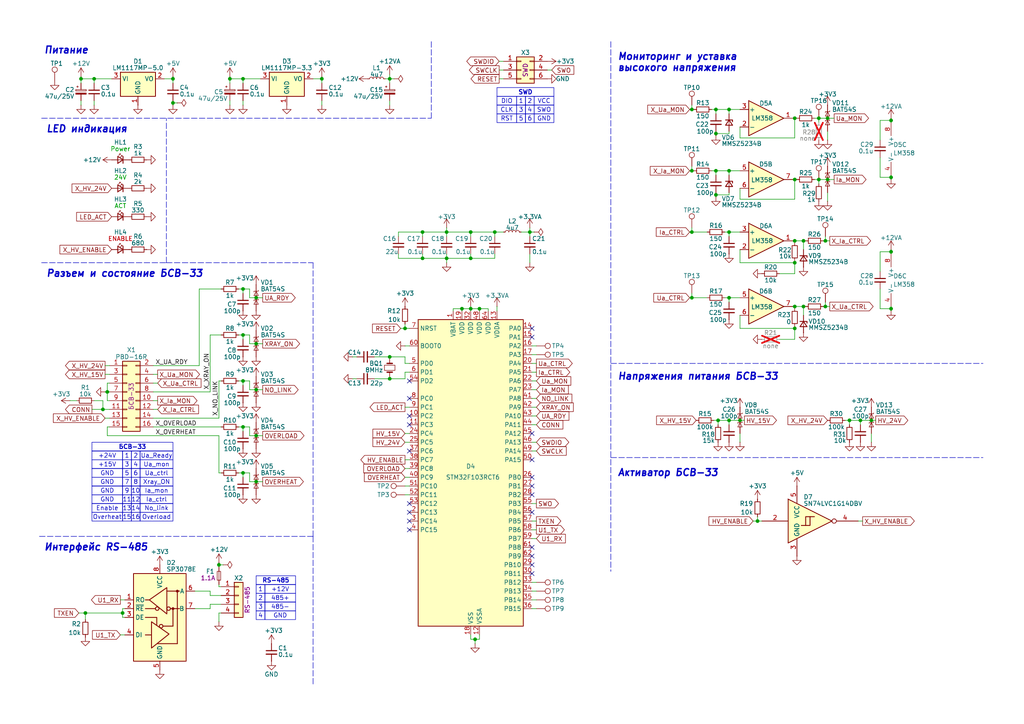
<source format=kicad_sch>
(kicad_sch
	(version 20231120)
	(generator "eeschema")
	(generator_version "8.0")
	(uuid "6c65de10-338a-453a-825b-2efbb4a3a4c6")
	(paper "A4")
	(title_block
		(title "RS485_BSV")
		(rev "1")
		(company "ООО \"Экросхим\"")
		(comment 1 "Антон Мухин")
	)
	
	(junction
		(at 137.795 185.42)
		(diameter 0)
		(color 0 0 0 0)
		(uuid "028f75c9-d258-4904-87ba-7069c7214d14")
	)
	(junction
		(at 233.045 88.9)
		(diameter 0)
		(color 0 0 0 0)
		(uuid "03b4c123-4b85-480d-b7af-984e3d281b4a")
	)
	(junction
		(at 113.03 103.505)
		(diameter 0)
		(color 0 0 0 0)
		(uuid "07d2f221-592d-4fa5-bc0a-5be6a9d64076")
	)
	(junction
		(at 211.455 49.53)
		(diameter 0)
		(color 0 0 0 0)
		(uuid "142f5400-f47f-47e0-95ff-840207fdaa9a")
	)
	(junction
		(at 153.67 67.31)
		(diameter 0)
		(color 0 0 0 0)
		(uuid "1567a187-8bba-4052-b369-9b3cccca3c0c")
	)
	(junction
		(at 113.03 22.86)
		(diameter 0)
		(color 0 0 0 0)
		(uuid "18465d2c-b2f3-4653-8b81-1db6a6c44b37")
	)
	(junction
		(at 230.505 52.07)
		(diameter 0)
		(color 0 0 0 0)
		(uuid "18a7e549-e86e-4e76-846d-76da442098b5")
	)
	(junction
		(at 200.66 86.36)
		(diameter 0)
		(color 0 0 0 0)
		(uuid "1924b925-4fc2-4c56-94b1-d6bd4f288edc")
	)
	(junction
		(at 211.455 86.36)
		(diameter 0)
		(color 0 0 0 0)
		(uuid "1a3a0cbe-399a-4b04-a6c1-2301a8819294")
	)
	(junction
		(at 70.485 22.86)
		(diameter 0)
		(color 0 0 0 0)
		(uuid "1fda85d9-9523-4a24-84ad-7129a5d4dab0")
	)
	(junction
		(at 211.455 121.92)
		(diameter 0)
		(color 0 0 0 0)
		(uuid "201cb554-f15c-4ed6-8800-f665e2a45886")
	)
	(junction
		(at 74.295 126.365)
		(diameter 0)
		(color 0 0 0 0)
		(uuid "2a17aedd-31ad-4930-be04-0e5dd93fdc58")
	)
	(junction
		(at 214.63 121.92)
		(diameter 0)
		(color 0 0 0 0)
		(uuid "2b650fe2-2fcf-4af2-8833-7461857a13eb")
	)
	(junction
		(at 239.395 88.9)
		(diameter 0)
		(color 0 0 0 0)
		(uuid "31d521ae-c6d6-478c-a3fc-a44d3c21bc23")
	)
	(junction
		(at 117.475 95.25)
		(diameter 0)
		(color 0 0 0 0)
		(uuid "32c8fb3e-6757-4004-88a6-eab9fc4c266b")
	)
	(junction
		(at 246.38 121.92)
		(diameter 0)
		(color 0 0 0 0)
		(uuid "387a3d09-4a2d-482d-8fed-8b0509d74470")
	)
	(junction
		(at 27.305 22.86)
		(diameter 0)
		(color 0 0 0 0)
		(uuid "3963be55-fe21-4423-971b-cfd39aaf920f")
	)
	(junction
		(at 74.295 99.695)
		(diameter 0)
		(color 0 0 0 0)
		(uuid "39ad3b18-dabd-4482-8625-2e1970e1c579")
	)
	(junction
		(at 136.525 74.93)
		(diameter 0)
		(color 0 0 0 0)
		(uuid "3a9cc08f-ae2d-48fc-b254-d2db11ef9972")
	)
	(junction
		(at 207.645 38.735)
		(diameter 0)
		(color 0 0 0 0)
		(uuid "41f7dcc6-c779-4f7b-91b5-f127b0734a1d")
	)
	(junction
		(at 207.645 49.53)
		(diameter 0)
		(color 0 0 0 0)
		(uuid "51369cf9-eaff-4b19-8628-56fd7e25c67d")
	)
	(junction
		(at 50.165 29.845)
		(diameter 0)
		(color 0 0 0 0)
		(uuid "525ebe3d-f493-4a52-9ca1-9943a9e6f157")
	)
	(junction
		(at 129.54 67.31)
		(diameter 0)
		(color 0 0 0 0)
		(uuid "5342a01d-1005-4fb1-a972-4610f611c9b7")
	)
	(junction
		(at 70.485 137.16)
		(diameter 0)
		(color 0 0 0 0)
		(uuid "535ad066-6b0e-46e2-8801-214176aa0a5f")
	)
	(junction
		(at 237.49 52.07)
		(diameter 0)
		(color 0 0 0 0)
		(uuid "5373bb7e-624d-4834-961e-74a70b38dd82")
	)
	(junction
		(at 74.295 86.36)
		(diameter 0)
		(color 0 0 0 0)
		(uuid "5a29dc6e-11ad-4d6b-84c0-3c3d383c1aa8")
	)
	(junction
		(at 240.03 52.07)
		(diameter 0)
		(color 0 0 0 0)
		(uuid "6082c125-3945-4596-ae4e-115d5aef4d60")
	)
	(junction
		(at 200.66 31.75)
		(diameter 0)
		(color 0 0 0 0)
		(uuid "63f2b922-6000-41af-9a2f-a6f469b164ae")
	)
	(junction
		(at 230.505 76.2)
		(diameter 0)
		(color 0 0 0 0)
		(uuid "650b11d4-4a51-4648-9063-2f51e5d35028")
	)
	(junction
		(at 70.485 110.49)
		(diameter 0)
		(color 0 0 0 0)
		(uuid "67f54780-34b0-4707-b6d2-06679fa8529f")
	)
	(junction
		(at 207.645 56.515)
		(diameter 0)
		(color 0 0 0 0)
		(uuid "6b43de8d-ca16-47e3-bf60-30d1bb7f10b5")
	)
	(junction
		(at 239.395 69.85)
		(diameter 0)
		(color 0 0 0 0)
		(uuid "786cf15d-4df3-420a-9655-0c7bcbc0748b")
	)
	(junction
		(at 70.485 97.155)
		(diameter 0)
		(color 0 0 0 0)
		(uuid "7d53c3ef-ba5f-43fc-b2f7-56efdf61d9f5")
	)
	(junction
		(at 23.495 22.86)
		(diameter 0)
		(color 0 0 0 0)
		(uuid "832a5b57-9a12-42fb-ab0f-df4a71c69ea8")
	)
	(junction
		(at 240.03 34.29)
		(diameter 0)
		(color 0 0 0 0)
		(uuid "841e06ab-1abb-48de-b8ea-3bdebb0d6a0f")
	)
	(junction
		(at 211.455 31.75)
		(diameter 0)
		(color 0 0 0 0)
		(uuid "88503189-f7fd-4f4d-9c2e-735031abe3fd")
	)
	(junction
		(at 258.445 51.435)
		(diameter 0)
		(color 0 0 0 0)
		(uuid "8c2a2a56-5003-4ced-aec4-4fecbc8a3beb")
	)
	(junction
		(at 136.525 89.535)
		(diameter 0)
		(color 0 0 0 0)
		(uuid "8f86a596-ff74-4806-93b1-b29436112164")
	)
	(junction
		(at 74.295 139.7)
		(diameter 0)
		(color 0 0 0 0)
		(uuid "9022db8d-4b75-4522-9472-750c0ec0164e")
	)
	(junction
		(at 29.845 118.745)
		(diameter 0)
		(color 0 0 0 0)
		(uuid "93d25117-3ffd-4009-93db-427d97203cc7")
	)
	(junction
		(at 208.28 121.92)
		(diameter 0)
		(color 0 0 0 0)
		(uuid "96bdb90e-0ae5-4b55-bbd7-b4b0f5cb1954")
	)
	(junction
		(at 66.675 22.86)
		(diameter 0)
		(color 0 0 0 0)
		(uuid "98a80fd5-ad61-477b-a0b1-ba8de1e33e9a")
	)
	(junction
		(at 139.065 89.535)
		(diameter 0)
		(color 0 0 0 0)
		(uuid "98c818b3-c907-492f-bf54-a5f90559103f")
	)
	(junction
		(at 74.295 113.03)
		(diameter 0)
		(color 0 0 0 0)
		(uuid "9d203400-e902-4760-bb7a-ada64c19b417")
	)
	(junction
		(at 129.54 74.93)
		(diameter 0)
		(color 0 0 0 0)
		(uuid "9d6e2cec-0cc1-4115-9da8-33730489b371")
	)
	(junction
		(at 258.445 89.535)
		(diameter 0)
		(color 0 0 0 0)
		(uuid "9e77e15f-1f60-45f5-9cc0-a733427a6b1c")
	)
	(junction
		(at 258.445 34.925)
		(diameter 0)
		(color 0 0 0 0)
		(uuid "9fc79d65-ce08-4a3b-ad09-4b202bf8ef39")
	)
	(junction
		(at 211.455 67.31)
		(diameter 0)
		(color 0 0 0 0)
		(uuid "a38f550d-8f14-468f-845d-b87b15186dd4")
	)
	(junction
		(at 219.71 151.13)
		(diameter 0)
		(color 0 0 0 0)
		(uuid "a8526302-b825-4b7a-a5fb-4f5e9948dfff")
	)
	(junction
		(at 70.485 123.825)
		(diameter 0)
		(color 0 0 0 0)
		(uuid "a9e8073f-31a6-45fa-b1c5-2d6686822aa2")
	)
	(junction
		(at 230.505 88.9)
		(diameter 0)
		(color 0 0 0 0)
		(uuid "ad1c0991-15b1-471f-8c72-32ea60383613")
	)
	(junction
		(at 122.555 74.93)
		(diameter 0)
		(color 0 0 0 0)
		(uuid "aed9a682-19c4-4da4-8319-d7e2b1c5341d")
	)
	(junction
		(at 70.485 83.82)
		(diameter 0)
		(color 0 0 0 0)
		(uuid "b07be636-9cd6-4689-8a5f-8bee901a1dda")
	)
	(junction
		(at 133.985 89.535)
		(diameter 0)
		(color 0 0 0 0)
		(uuid "b1935ccc-60df-4dc2-bff0-9e97b19f7588")
	)
	(junction
		(at 252.73 121.92)
		(diameter 0)
		(color 0 0 0 0)
		(uuid "b4e62bf5-f9fd-4995-bd1e-13a9dcaa276f")
	)
	(junction
		(at 35.56 177.8)
		(diameter 0)
		(color 0 0 0 0)
		(uuid "b7de33cc-5682-4dfe-a67d-ab598523ae35")
	)
	(junction
		(at 200.66 49.53)
		(diameter 0)
		(color 0 0 0 0)
		(uuid "c001de54-f963-4bbe-a143-8cbf7fb9b02f")
	)
	(junction
		(at 50.165 22.86)
		(diameter 0)
		(color 0 0 0 0)
		(uuid "c4156526-00b3-4594-83fb-a9a66578b3b5")
	)
	(junction
		(at 200.66 67.31)
		(diameter 0)
		(color 0 0 0 0)
		(uuid "c50f2e61-5316-4300-9023-051cd1c70187")
	)
	(junction
		(at 113.03 109.855)
		(diameter 0)
		(color 0 0 0 0)
		(uuid "c80d926e-8b6c-4f76-9994-ddb05aa7c72a")
	)
	(junction
		(at 136.525 67.31)
		(diameter 0)
		(color 0 0 0 0)
		(uuid "c9ea5cbe-0d13-4af9-95ab-000eaf1c7952")
	)
	(junction
		(at 233.045 69.85)
		(diameter 0)
		(color 0 0 0 0)
		(uuid "cb15b7ff-22fe-4181-bbac-9bb9807dab9e")
	)
	(junction
		(at 230.505 34.29)
		(diameter 0)
		(color 0 0 0 0)
		(uuid "cce94616-07be-4230-b67f-01b7b9f2fb38")
	)
	(junction
		(at 230.505 69.85)
		(diameter 0)
		(color 0 0 0 0)
		(uuid "cdce00ae-dbdd-44ad-a5e2-6bb57bcc3eaf")
	)
	(junction
		(at 31.115 113.665)
		(diameter 0)
		(color 0 0 0 0)
		(uuid "cf2bf728-da23-4677-8ce6-6d4845f2a843")
	)
	(junction
		(at 207.645 31.75)
		(diameter 0)
		(color 0 0 0 0)
		(uuid "d535521d-214f-4c03-ac8f-153454fd1ebe")
	)
	(junction
		(at 24.765 177.8)
		(diameter 0)
		(color 0 0 0 0)
		(uuid "d7a8f334-bd8b-4096-b721-5bc833248303")
	)
	(junction
		(at 230.505 95.25)
		(diameter 0)
		(color 0 0 0 0)
		(uuid "dd7016ba-6cb9-44c4-aa5c-98f02041eb6f")
	)
	(junction
		(at 249.555 121.92)
		(diameter 0)
		(color 0 0 0 0)
		(uuid "dded562e-6bd6-4a8f-a0c8-51b88b4f413b")
	)
	(junction
		(at 93.345 22.86)
		(diameter 0)
		(color 0 0 0 0)
		(uuid "e06691ed-a425-4955-8b27-5e0d25eca17f")
	)
	(junction
		(at 143.51 67.31)
		(diameter 0)
		(color 0 0 0 0)
		(uuid "e43ab1a2-4521-41b1-be9a-3c4c2df6ac5d")
	)
	(junction
		(at 63.5 163.83)
		(diameter 0)
		(color 0 0 0 0)
		(uuid "e65fac82-1b6c-47c3-aba0-a897edb9d695")
	)
	(junction
		(at 258.445 73.025)
		(diameter 0)
		(color 0 0 0 0)
		(uuid "f0439937-81fa-4d7e-9f4f-b43961265c2e")
	)
	(junction
		(at 122.555 67.31)
		(diameter 0)
		(color 0 0 0 0)
		(uuid "f5c0138d-f900-4f37-9ef6-cf6157ebb2db")
	)
	(junction
		(at 237.49 34.29)
		(diameter 0)
		(color 0 0 0 0)
		(uuid "fb9d993b-685f-4bca-a7c0-794e76bbe83a")
	)
	(no_connect
		(at 118.745 153.67)
		(uuid "0834aeb8-08ea-4bb3-84ac-18cfcb52ef26")
	)
	(no_connect
		(at 118.745 115.57)
		(uuid "0ad6f0e4-1fa6-48b0-b101-61a95672f9a0")
	)
	(no_connect
		(at 118.745 151.13)
		(uuid "0e7ff874-4a3c-4f53-9566-caec51cc5c73")
	)
	(no_connect
		(at 154.305 143.51)
		(uuid "1168b790-c158-4bc5-b993-0509710be6ae")
	)
	(no_connect
		(at 118.745 148.59)
		(uuid "197854e8-6ac9-4314-b11e-85ce7c1bc8ca")
	)
	(no_connect
		(at 154.305 166.37)
		(uuid "1d029e18-04e6-4b8a-9bbe-04176ae73e7e")
	)
	(no_connect
		(at 154.305 148.59)
		(uuid "27645f68-7a86-4afc-b2ff-5128f78c8db8")
	)
	(no_connect
		(at 118.745 110.49)
		(uuid "2fa91cad-ffd7-475e-aa67-1624066e681f")
	)
	(no_connect
		(at 154.305 125.73)
		(uuid "3b463ab6-f5f9-44b3-a4be-1203881addca")
	)
	(no_connect
		(at 118.745 120.65)
		(uuid "4c434255-1bfc-4a5f-855b-cb23e74a2713")
	)
	(no_connect
		(at 154.305 140.97)
		(uuid "537669dc-1627-4a4f-a7d9-8d0b2c1e5a4a")
	)
	(no_connect
		(at 154.305 97.79)
		(uuid "551972c5-f945-4957-a485-2092100fb9bd")
	)
	(no_connect
		(at 154.305 95.25)
		(uuid "59e286dd-76fb-4f27-adef-7106d187d064")
	)
	(no_connect
		(at 154.305 138.43)
		(uuid "5c7b122d-d5d0-4972-b431-a6cd4a7e25e7")
	)
	(no_connect
		(at 154.305 161.29)
		(uuid "66e0c3fa-4be9-4ccd-b614-d91cb3c22c98")
	)
	(no_connect
		(at 154.305 163.83)
		(uuid "6b369e54-ed59-4e00-9d8e-029d5f39b60e")
	)
	(no_connect
		(at 154.305 133.35)
		(uuid "a805e864-6f13-4e7d-91e3-20fcd73eb516")
	)
	(no_connect
		(at 118.745 146.05)
		(uuid "af9622c2-776d-4a10-aed3-3bb05ae9721e")
	)
	(no_connect
		(at 154.305 158.75)
		(uuid "b693ae24-c993-4031-be2e-e42ffd9571b5")
	)
	(no_connect
		(at 118.745 123.19)
		(uuid "b778fa1e-75ca-480e-954b-7b31b8a6a4d4")
	)
	(no_connect
		(at 118.745 130.81)
		(uuid "e7c56ad5-54fe-4a2e-9d7a-421dfcf281de")
	)
	(wire
		(pts
			(xy 151.13 67.31) (xy 153.67 67.31)
		)
		(stroke
			(width 0)
			(type default)
		)
		(uuid "00ab969e-01c4-4f55-87f9-63185d980561")
	)
	(wire
		(pts
			(xy 122.555 73.66) (xy 122.555 74.93)
		)
		(stroke
			(width 0)
			(type default)
		)
		(uuid "0120f516-63ba-4324-b199-b5702a054add")
	)
	(wire
		(pts
			(xy 230.505 95.25) (xy 230.505 94.615)
		)
		(stroke
			(width 0)
			(type default)
		)
		(uuid "01f14fad-704c-4733-aa2d-7a4a30d7e211")
	)
	(wire
		(pts
			(xy 44.45 113.665) (xy 60.96 113.665)
		)
		(stroke
			(width 0)
			(type default)
		)
		(uuid "02ff17cc-cabb-4a80-a9eb-cc5427d3b016")
	)
	(wire
		(pts
			(xy 207.645 31.75) (xy 211.455 31.75)
		)
		(stroke
			(width 0)
			(type default)
		)
		(uuid "0370a8c5-8b22-42b9-9ebc-c18ba14bd879")
	)
	(wire
		(pts
			(xy 63.5 163.195) (xy 63.5 163.83)
		)
		(stroke
			(width 0)
			(type default)
		)
		(uuid "0397a6ae-d068-4399-985b-046bad321fc9")
	)
	(wire
		(pts
			(xy 214.63 36.83) (xy 214.63 40.005)
		)
		(stroke
			(width 0)
			(type default)
		)
		(uuid "05292d8b-5ead-4a23-bb96-86f795bb9e22")
	)
	(wire
		(pts
			(xy 214.63 91.44) (xy 214.63 95.25)
		)
		(stroke
			(width 0)
			(type default)
		)
		(uuid "062b6249-e3d8-4186-9aaf-4d6f33bb8a15")
	)
	(wire
		(pts
			(xy 24.765 177.8) (xy 35.56 177.8)
		)
		(stroke
			(width 0)
			(type default)
		)
		(uuid "07ca210d-0b0e-4478-85a6-e45d31b2d61e")
	)
	(wire
		(pts
			(xy 206.375 31.75) (xy 207.645 31.75)
		)
		(stroke
			(width 0)
			(type default)
		)
		(uuid "08287f04-c631-4d8b-913f-4538d188032e")
	)
	(wire
		(pts
			(xy 27.305 116.205) (xy 29.845 116.205)
		)
		(stroke
			(width 0)
			(type default)
		)
		(uuid "08b687f4-e738-4a26-8133-719e69c9e5e0")
	)
	(wire
		(pts
			(xy 211.455 31.75) (xy 214.63 31.75)
		)
		(stroke
			(width 0)
			(type default)
		)
		(uuid "09589fb2-fc95-4a9b-b278-e3eca372a352")
	)
	(polyline
		(pts
			(xy 48.26 76.2) (xy 48.26 34.29)
		)
		(stroke
			(width 0)
			(type dash)
		)
		(uuid "098b4abe-6028-4385-93fd-1a4c60fb5f41")
	)
	(wire
		(pts
			(xy 50.165 29.845) (xy 50.165 30.48)
		)
		(stroke
			(width 0)
			(type default)
		)
		(uuid "0c4db5b8-d8e9-4142-b35d-14086770ad0a")
	)
	(wire
		(pts
			(xy 115.57 74.93) (xy 122.555 74.93)
		)
		(stroke
			(width 0)
			(type default)
		)
		(uuid "0d2ff679-8ae8-4bdd-9f5e-ca0628151861")
	)
	(wire
		(pts
			(xy 45.72 108.585) (xy 44.45 108.585)
		)
		(stroke
			(width 0)
			(type default)
		)
		(uuid "0d47c742-759a-4138-a4b7-e3e2dfa17b61")
	)
	(wire
		(pts
			(xy 211.455 121.92) (xy 214.63 121.92)
		)
		(stroke
			(width 0)
			(type default)
		)
		(uuid "0eb65e20-3408-4921-adc2-ca63320d75ac")
	)
	(wire
		(pts
			(xy 214.63 95.25) (xy 230.505 95.25)
		)
		(stroke
			(width 0)
			(type default)
		)
		(uuid "10878638-b768-4f49-b90a-86562b304785")
	)
	(wire
		(pts
			(xy 70.485 83.82) (xy 70.485 85.09)
		)
		(stroke
			(width 0)
			(type default)
		)
		(uuid "109ebf84-39af-40d8-b2b8-902b4510475c")
	)
	(wire
		(pts
			(xy 29.845 116.205) (xy 29.845 118.745)
		)
		(stroke
			(width 0)
			(type default)
		)
		(uuid "116ffab9-c76e-4c64-84a6-f00597755a63")
	)
	(wire
		(pts
			(xy 63.5 137.16) (xy 64.135 137.16)
		)
		(stroke
			(width 0)
			(type default)
		)
		(uuid "123ceee3-aa74-4d8c-a260-a89c875d2d3c")
	)
	(wire
		(pts
			(xy 72.39 137.16) (xy 72.39 139.7)
		)
		(stroke
			(width 0)
			(type default)
		)
		(uuid "126e0a17-6b55-44b1-81cf-06ce515e6879")
	)
	(wire
		(pts
			(xy 129.54 74.93) (xy 136.525 74.93)
		)
		(stroke
			(width 0)
			(type default)
		)
		(uuid "12aa7981-3085-4e9b-86f6-77324a7d76d4")
	)
	(wire
		(pts
			(xy 63.5 126.365) (xy 63.5 137.16)
		)
		(stroke
			(width 0)
			(type default)
		)
		(uuid "15292b7c-784c-472e-8726-336a2f3535eb")
	)
	(wire
		(pts
			(xy 155.575 176.53) (xy 154.305 176.53)
		)
		(stroke
			(width 0)
			(type default)
		)
		(uuid "1542906d-f1fc-4260-97c6-655aa3b982fc")
	)
	(wire
		(pts
			(xy 255.27 89.535) (xy 258.445 89.535)
		)
		(stroke
			(width 0)
			(type default)
		)
		(uuid "15890e58-afed-4e0e-8764-ea9b0c4353be")
	)
	(wire
		(pts
			(xy 258.445 72.39) (xy 258.445 73.025)
		)
		(stroke
			(width 0)
			(type default)
		)
		(uuid "15f3fa0b-7af9-4fa2-a448-18f16d492f05")
	)
	(wire
		(pts
			(xy 136.525 89.535) (xy 136.525 90.17)
		)
		(stroke
			(width 0)
			(type default)
		)
		(uuid "169de1a7-00ef-406a-b7fa-32c8b46ed547")
	)
	(wire
		(pts
			(xy 70.485 83.82) (xy 72.39 83.82)
		)
		(stroke
			(width 0)
			(type default)
		)
		(uuid "16f9da02-648f-41fb-9b93-897054cef84a")
	)
	(wire
		(pts
			(xy 122.555 68.58) (xy 122.555 67.31)
		)
		(stroke
			(width 0)
			(type default)
		)
		(uuid "18f521a5-89f2-48db-a66c-f4e985c507c8")
	)
	(wire
		(pts
			(xy 155.575 130.81) (xy 154.305 130.81)
		)
		(stroke
			(width 0)
			(type default)
		)
		(uuid "1c19cca2-fa12-423a-9bff-ed125c1b5f2d")
	)
	(wire
		(pts
			(xy 117.475 93.98) (xy 117.475 95.25)
		)
		(stroke
			(width 0)
			(type default)
		)
		(uuid "1cdcd346-4185-4320-9335-911a61e0d060")
	)
	(wire
		(pts
			(xy 108.585 109.855) (xy 113.03 109.855)
		)
		(stroke
			(width 0)
			(type default)
		)
		(uuid "1dbb3eee-cb26-4f9c-8410-fff9a1ab7640")
	)
	(wire
		(pts
			(xy 240.03 58.42) (xy 240.03 55.88)
		)
		(stroke
			(width 0)
			(type default)
		)
		(uuid "1e249161-a780-4699-bcf0-9f3b051d5da1")
	)
	(wire
		(pts
			(xy 230.505 52.07) (xy 231.14 52.07)
		)
		(stroke
			(width 0)
			(type default)
		)
		(uuid "1ee53d9e-fb16-4cb0-91a8-ad25e1ec525c")
	)
	(wire
		(pts
			(xy 117.475 140.97) (xy 118.745 140.97)
		)
		(stroke
			(width 0)
			(type default)
		)
		(uuid "20b51dc5-356c-4ec8-b96b-935a6e2a29ef")
	)
	(wire
		(pts
			(xy 44.45 106.045) (xy 57.785 106.045)
		)
		(stroke
			(width 0)
			(type default)
		)
		(uuid "20f2311b-0ea2-448f-91b5-de31e2be8193")
	)
	(wire
		(pts
			(xy 35.56 179.07) (xy 35.56 177.8)
		)
		(stroke
			(width 0)
			(type default)
		)
		(uuid "22d48507-04b2-4c8c-b466-9bf5686dfde7")
	)
	(wire
		(pts
			(xy 214.63 76.2) (xy 230.505 76.2)
		)
		(stroke
			(width 0)
			(type default)
		)
		(uuid "22f19cb0-add3-485a-8760-a6bc353ff6d3")
	)
	(wire
		(pts
			(xy 70.485 97.155) (xy 70.485 98.425)
		)
		(stroke
			(width 0)
			(type default)
		)
		(uuid "246ea579-7ec1-41df-8092-707961c507bc")
	)
	(wire
		(pts
			(xy 141.605 89.535) (xy 139.065 89.535)
		)
		(stroke
			(width 0)
			(type default)
		)
		(uuid "257fad00-78c6-43bf-a1fb-f2a05a440c5d")
	)
	(wire
		(pts
			(xy 35.56 177.8) (xy 35.56 176.53)
		)
		(stroke
			(width 0)
			(type default)
		)
		(uuid "26b3038a-025c-4bf4-935e-1a3ec7a94c9e")
	)
	(wire
		(pts
			(xy 57.785 106.045) (xy 57.785 83.82)
		)
		(stroke
			(width 0)
			(type default)
		)
		(uuid "2774e1f2-cd0a-4ff5-9c9d-c6c527cc4fdb")
	)
	(wire
		(pts
			(xy 229.87 34.29) (xy 230.505 34.29)
		)
		(stroke
			(width 0)
			(type default)
		)
		(uuid "28098d02-115d-44f1-a82d-ce1eb29d50b6")
	)
	(wire
		(pts
			(xy 74.295 139.7) (xy 76.2 139.7)
		)
		(stroke
			(width 0)
			(type default)
		)
		(uuid "282e39d4-1419-4d67-804c-3d536eea48e6")
	)
	(wire
		(pts
			(xy 211.455 49.53) (xy 214.63 49.53)
		)
		(stroke
			(width 0)
			(type default)
		)
		(uuid "283be788-0298-458c-9c22-e88eafbbf37c")
	)
	(wire
		(pts
			(xy 155.575 105.41) (xy 154.305 105.41)
		)
		(stroke
			(width 0)
			(type default)
		)
		(uuid "288c4b13-3e6d-4992-ac08-86d052fbeecc")
	)
	(wire
		(pts
			(xy 117.475 138.43) (xy 118.745 138.43)
		)
		(stroke
			(width 0)
			(type default)
		)
		(uuid "28a8c4f7-7fd3-4bdd-b72d-2e8ead6a510b")
	)
	(wire
		(pts
			(xy 23.495 22.86) (xy 23.495 24.13)
		)
		(stroke
			(width 0)
			(type default)
		)
		(uuid "29477350-ba2d-4101-9b98-0886c6972ee3")
	)
	(wire
		(pts
			(xy 137.795 185.42) (xy 139.065 185.42)
		)
		(stroke
			(width 0)
			(type default)
		)
		(uuid "294c1c53-d512-4124-9a28-dca73b847fed")
	)
	(wire
		(pts
			(xy 63.5 177.8) (xy 63.5 180.34)
		)
		(stroke
			(width 0)
			(type default)
		)
		(uuid "29ab4b1d-41d8-4ed9-ae4f-f8172922f126")
	)
	(wire
		(pts
			(xy 70.485 137.16) (xy 72.39 137.16)
		)
		(stroke
			(width 0)
			(type default)
		)
		(uuid "29ed41a2-2149-423b-af84-ae9bef1b73f3")
	)
	(wire
		(pts
			(xy 252.73 125.73) (xy 252.73 128.27)
		)
		(stroke
			(width 0)
			(type default)
		)
		(uuid "2bbae60c-409f-47e6-b426-68c8cf18393f")
	)
	(polyline
		(pts
			(xy 177.165 105.41) (xy 285.115 105.41)
		)
		(stroke
			(width 0)
			(type dash)
		)
		(uuid "2c572868-fb26-448c-bf29-99582634bd4d")
	)
	(wire
		(pts
			(xy 141.605 90.17) (xy 141.605 89.535)
		)
		(stroke
			(width 0)
			(type default)
		)
		(uuid "2e26ea72-adb4-4c73-a9c4-72efb21129f2")
	)
	(wire
		(pts
			(xy 230.505 79.375) (xy 230.505 76.2)
		)
		(stroke
			(width 0)
			(type default)
		)
		(uuid "2e597503-ffec-4c71-a11b-dc9f874c871d")
	)
	(wire
		(pts
			(xy 207.01 121.92) (xy 208.28 121.92)
		)
		(stroke
			(width 0)
			(type default)
		)
		(uuid "2edde12c-d59f-4b87-b6e7-1d7ef82b75e3")
	)
	(wire
		(pts
			(xy 214.63 72.39) (xy 214.63 76.2)
		)
		(stroke
			(width 0)
			(type default)
		)
		(uuid "2fb6ce58-8e7d-427d-94cb-0de3e3afca39")
	)
	(wire
		(pts
			(xy 240.03 34.29) (xy 241.935 34.29)
		)
		(stroke
			(width 0)
			(type default)
		)
		(uuid "2fbc117e-7528-4692-bd21-b17d414f0af2")
	)
	(wire
		(pts
			(xy 233.045 88.9) (xy 233.68 88.9)
		)
		(stroke
			(width 0)
			(type default)
		)
		(uuid "3089fdfa-8c62-4f87-8d81-4159222c66ce")
	)
	(wire
		(pts
			(xy 239.395 69.85) (xy 240.665 69.85)
		)
		(stroke
			(width 0)
			(type default)
		)
		(uuid "30999ea2-48a3-4a65-850f-1862e2cf1fde")
	)
	(wire
		(pts
			(xy 117.475 103.505) (xy 113.03 103.505)
		)
		(stroke
			(width 0)
			(type default)
		)
		(uuid "30e6e9d1-f6c4-4fe3-954d-930123a182de")
	)
	(wire
		(pts
			(xy 31.115 113.665) (xy 31.75 113.665)
		)
		(stroke
			(width 0)
			(type default)
		)
		(uuid "3134252f-22ab-4706-ad27-e337aeb4e0b8")
	)
	(wire
		(pts
			(xy 207.645 57.15) (xy 207.645 56.515)
		)
		(stroke
			(width 0)
			(type default)
		)
		(uuid "31878509-7cf8-4b47-a6d3-ee7cb3051110")
	)
	(wire
		(pts
			(xy 230.505 69.85) (xy 233.045 69.85)
		)
		(stroke
			(width 0)
			(type default)
		)
		(uuid "320aef2b-8115-4e29-b370-4888f669e126")
	)
	(wire
		(pts
			(xy 45.72 111.125) (xy 44.45 111.125)
		)
		(stroke
			(width 0)
			(type default)
		)
		(uuid "3245758f-651b-444d-b45e-90bf24f3ce83")
	)
	(wire
		(pts
			(xy 200.025 67.31) (xy 200.66 67.31)
		)
		(stroke
			(width 0)
			(type default)
		)
		(uuid "336c1a9c-ad86-4085-b979-fa8e7af73b12")
	)
	(wire
		(pts
			(xy 237.49 34.29) (xy 237.49 35.56)
		)
		(stroke
			(width 0)
			(type default)
		)
		(uuid "33ef101a-850a-41b2-a8ae-ee00b797dffd")
	)
	(wire
		(pts
			(xy 136.525 185.42) (xy 137.795 185.42)
		)
		(stroke
			(width 0)
			(type default)
		)
		(uuid "3431d044-4a42-4082-8ab6-ce4445dff65c")
	)
	(wire
		(pts
			(xy 230.505 88.9) (xy 233.045 88.9)
		)
		(stroke
			(width 0)
			(type default)
		)
		(uuid "357fa9c3-92bd-48a1-879f-694cc27637d5")
	)
	(wire
		(pts
			(xy 155.575 120.65) (xy 154.305 120.65)
		)
		(stroke
			(width 0)
			(type default)
		)
		(uuid "3626f021-d722-45fb-bb0d-585a27f61b87")
	)
	(wire
		(pts
			(xy 113.03 109.855) (xy 113.03 109.22)
		)
		(stroke
			(width 0)
			(type default)
		)
		(uuid "36afa65e-aaed-467f-8eb5-46078f9d8431")
	)
	(wire
		(pts
			(xy 144.145 88.9) (xy 144.145 90.17)
		)
		(stroke
			(width 0)
			(type default)
		)
		(uuid "36defc11-29f9-426e-b687-fcb4f5dcaebd")
	)
	(wire
		(pts
			(xy 207.645 49.53) (xy 211.455 49.53)
		)
		(stroke
			(width 0)
			(type default)
		)
		(uuid "37b2fd00-08ed-417a-8a05-5c2dc578a2ad")
	)
	(wire
		(pts
			(xy 258.445 73.025) (xy 258.445 73.66)
		)
		(stroke
			(width 0)
			(type default)
		)
		(uuid "3845c0e2-4b1c-49dd-921f-23f8fea021ad")
	)
	(wire
		(pts
			(xy 117.475 105.41) (xy 117.475 103.505)
		)
		(stroke
			(width 0)
			(type default)
		)
		(uuid "389ee582-0b07-4a5a-a490-19e14ab1dd42")
	)
	(wire
		(pts
			(xy 219.71 151.13) (xy 220.98 151.13)
		)
		(stroke
			(width 0)
			(type default)
		)
		(uuid "38a3490e-6c79-4f3a-912c-174729d78567")
	)
	(wire
		(pts
			(xy 60.96 113.665) (xy 60.96 97.155)
		)
		(stroke
			(width 0)
			(type default)
		)
		(uuid "3a0700d5-75eb-45ba-9705-693a18f52b5f")
	)
	(wire
		(pts
			(xy 211.455 38.1) (xy 211.455 38.735)
		)
		(stroke
			(width 0)
			(type default)
		)
		(uuid "3a248325-2fb0-4975-a220-09b5117f3a2c")
	)
	(wire
		(pts
			(xy 237.49 52.07) (xy 237.49 53.34)
		)
		(stroke
			(width 0)
			(type default)
		)
		(uuid "3a83bf82-f5c6-457d-80a8-fe8bdfe4313c")
	)
	(wire
		(pts
			(xy 155.575 151.13) (xy 154.305 151.13)
		)
		(stroke
			(width 0)
			(type default)
		)
		(uuid "3af111f2-1320-4e8a-a2b9-fa77ff94adee")
	)
	(wire
		(pts
			(xy 211.455 49.53) (xy 211.455 50.8)
		)
		(stroke
			(width 0)
			(type default)
		)
		(uuid "3b7bd9d0-eb46-475d-92a2-d4b8668b5d84")
	)
	(wire
		(pts
			(xy 211.455 67.31) (xy 214.63 67.31)
		)
		(stroke
			(width 0)
			(type default)
		)
		(uuid "3c858e11-845a-432b-8504-14816f003830")
	)
	(wire
		(pts
			(xy 200.025 31.75) (xy 200.66 31.75)
		)
		(stroke
			(width 0)
			(type default)
		)
		(uuid "3d047e45-0762-4e0f-a655-022a349c3fe1")
	)
	(wire
		(pts
			(xy 255.27 83.82) (xy 255.27 89.535)
		)
		(stroke
			(width 0)
			(type default)
		)
		(uuid "3e7930f5-050c-4b97-9abd-f13e071135b4")
	)
	(wire
		(pts
			(xy 70.485 123.825) (xy 70.485 125.095)
		)
		(stroke
			(width 0)
			(type default)
		)
		(uuid "3f9707de-0277-44de-b34b-8ef5f5792c7b")
	)
	(wire
		(pts
			(xy 70.485 22.86) (xy 75.565 22.86)
		)
		(stroke
			(width 0)
			(type default)
		)
		(uuid "3f9cb76a-2267-44d6-9545-e1568dde90e4")
	)
	(wire
		(pts
			(xy 45.72 118.745) (xy 44.45 118.745)
		)
		(stroke
			(width 0)
			(type default)
		)
		(uuid "3fa7f5ab-7e68-4968-9ebf-2babd438aefe")
	)
	(wire
		(pts
			(xy 30.48 121.285) (xy 31.75 121.285)
		)
		(stroke
			(width 0)
			(type default)
		)
		(uuid "3fb8f159-7f0c-4c6a-a11f-b6a2fcaa96c3")
	)
	(wire
		(pts
			(xy 136.525 67.31) (xy 136.525 68.58)
		)
		(stroke
			(width 0)
			(type default)
		)
		(uuid "3ff66be5-24ea-4167-a6df-b4a2b886dd46")
	)
	(wire
		(pts
			(xy 50.165 22.225) (xy 50.165 22.86)
		)
		(stroke
			(width 0)
			(type default)
		)
		(uuid "405f1fc8-3803-41df-8be6-472c54d228d9")
	)
	(wire
		(pts
			(xy 66.675 29.21) (xy 66.675 30.48)
		)
		(stroke
			(width 0)
			(type default)
		)
		(uuid "4127633f-2b4e-48b4-888f-ec6eb116ffcb")
	)
	(wire
		(pts
			(xy 129.54 67.31) (xy 136.525 67.31)
		)
		(stroke
			(width 0)
			(type default)
		)
		(uuid "434c2c7e-8ae7-422d-a3a2-a6529f214ef7")
	)
	(wire
		(pts
			(xy 115.57 73.66) (xy 115.57 74.93)
		)
		(stroke
			(width 0)
			(type default)
		)
		(uuid "436076e8-1a33-4455-9338-cdf13e2ee2a3")
	)
	(wire
		(pts
			(xy 155.575 146.05) (xy 154.305 146.05)
		)
		(stroke
			(width 0)
			(type default)
		)
		(uuid "43e98e1d-627b-4e12-a0cc-b2e6dbcfeec3")
	)
	(wire
		(pts
			(xy 116.205 95.25) (xy 117.475 95.25)
		)
		(stroke
			(width 0)
			(type default)
		)
		(uuid "44198ad6-4707-4e39-a1fa-3c4f509dd8e3")
	)
	(wire
		(pts
			(xy 57.785 83.82) (xy 64.135 83.82)
		)
		(stroke
			(width 0)
			(type default)
		)
		(uuid "44a9906e-0fa8-4a6b-a9f5-db31672d35a2")
	)
	(wire
		(pts
			(xy 258.445 89.535) (xy 258.445 88.9)
		)
		(stroke
			(width 0)
			(type default)
		)
		(uuid "45358f9e-466d-4968-ad42-ac36120054c9")
	)
	(wire
		(pts
			(xy 229.87 52.07) (xy 230.505 52.07)
		)
		(stroke
			(width 0)
			(type default)
		)
		(uuid "4579bc35-f63a-4d08-8a46-0fa55385c310")
	)
	(wire
		(pts
			(xy 60.96 171.45) (xy 56.515 171.45)
		)
		(stroke
			(width 0)
			(type default)
		)
		(uuid "45851636-3826-4b32-873d-f408b303e837")
	)
	(wire
		(pts
			(xy 211.455 121.92) (xy 211.455 123.19)
		)
		(stroke
			(width 0)
			(type default)
		)
		(uuid "4646e1e9-09ac-4094-8a0c-31d3f9d6c6ca")
	)
	(wire
		(pts
			(xy 211.455 67.31) (xy 211.455 68.58)
		)
		(stroke
			(width 0)
			(type default)
		)
		(uuid "467b3ba2-7ac6-4c38-8af8-12b99ec77965")
	)
	(wire
		(pts
			(xy 117.475 107.95) (xy 117.475 109.855)
		)
		(stroke
			(width 0)
			(type default)
		)
		(uuid "4763563c-c8b3-4e0c-8bf4-4d9a79674d13")
	)
	(wire
		(pts
			(xy 229.87 88.9) (xy 230.505 88.9)
		)
		(stroke
			(width 0)
			(type default)
		)
		(uuid "477261df-c6cb-4bbf-b35c-9a7ac4514e37")
	)
	(wire
		(pts
			(xy 27.305 29.21) (xy 27.305 30.48)
		)
		(stroke
			(width 0)
			(type default)
		)
		(uuid "47d76363-4b09-41f9-8462-c23d5e2ea01c")
	)
	(wire
		(pts
			(xy 230.505 69.85) (xy 230.505 70.485)
		)
		(stroke
			(width 0)
			(type default)
		)
		(uuid "47f47786-b94c-4c79-80e7-90b2785cd67a")
	)
	(wire
		(pts
			(xy 117.475 143.51) (xy 118.745 143.51)
		)
		(stroke
			(width 0)
			(type default)
		)
		(uuid "48458cf7-2f4b-4ea1-8f09-005728b07166")
	)
	(wire
		(pts
			(xy 31.115 126.365) (xy 63.5 126.365)
		)
		(stroke
			(width 0)
			(type default)
		)
		(uuid "49062658-0ece-440f-bd23-b6051fc4a04b")
	)
	(wire
		(pts
			(xy 139.065 89.535) (xy 139.065 90.17)
		)
		(stroke
			(width 0)
			(type default)
		)
		(uuid "4924dcca-4e49-4602-b164-890b5f1a8147")
	)
	(wire
		(pts
			(xy 143.51 67.31) (xy 146.05 67.31)
		)
		(stroke
			(width 0)
			(type default)
		)
		(uuid "4b1c8ad5-e9d6-49cf-ba0d-2cc27bfa567c")
	)
	(wire
		(pts
			(xy 24.765 177.8) (xy 24.765 179.705)
		)
		(stroke
			(width 0)
			(type default)
		)
		(uuid "4c8f2735-0a5d-4f74-8ab0-060ef8618276")
	)
	(wire
		(pts
			(xy 230.505 57.785) (xy 230.505 52.07)
		)
		(stroke
			(width 0)
			(type default)
		)
		(uuid "4cfd96c1-1232-4c47-8839-0db1f4f587da")
	)
	(wire
		(pts
			(xy 34.925 184.15) (xy 36.195 184.15)
		)
		(stroke
			(width 0)
			(type default)
		)
		(uuid "4d0e9eca-f909-4d51-ace3-2e44406d477e")
	)
	(wire
		(pts
			(xy 74.295 86.36) (xy 76.2 86.36)
		)
		(stroke
			(width 0)
			(type default)
		)
		(uuid "4f0ee174-0796-47f7-98d3-0cc809dff7d0")
	)
	(wire
		(pts
			(xy 31.115 111.125) (xy 31.115 113.665)
		)
		(stroke
			(width 0)
			(type default)
		)
		(uuid "4f3e722f-5229-434b-91ec-eb65cfaa254f")
	)
	(wire
		(pts
			(xy 117.475 135.89) (xy 118.745 135.89)
		)
		(stroke
			(width 0)
			(type default)
		)
		(uuid "4f42b17d-4e36-46df-be16-4a783e530eb4")
	)
	(polyline
		(pts
			(xy 12.065 76.2) (xy 48.26 76.2)
		)
		(stroke
			(width 0)
			(type dash)
		)
		(uuid "518df918-351f-43c1-8ba3-833e66e9fe41")
	)
	(wire
		(pts
			(xy 237.49 34.29) (xy 240.03 34.29)
		)
		(stroke
			(width 0)
			(type default)
		)
		(uuid "534ef484-e57f-4c41-834e-8c00803c9b8e")
	)
	(wire
		(pts
			(xy 117.475 133.35) (xy 118.745 133.35)
		)
		(stroke
			(width 0)
			(type default)
		)
		(uuid "543ed86d-1f2e-4065-943e-062d474e22e0")
	)
	(wire
		(pts
			(xy 155.575 107.95) (xy 154.305 107.95)
		)
		(stroke
			(width 0)
			(type default)
		)
		(uuid "545aed36-e080-4d67-8b9f-56b22e968de3")
	)
	(wire
		(pts
			(xy 23.495 29.21) (xy 23.495 30.48)
		)
		(stroke
			(width 0)
			(type default)
		)
		(uuid "54f48156-f5c5-462a-afce-837484d58336")
	)
	(polyline
		(pts
			(xy 177.165 12.065) (xy 177.165 165.735)
		)
		(stroke
			(width 0)
			(type dash)
		)
		(uuid "5777051b-eb00-4886-bad9-6bc98cac7c68")
	)
	(polyline
		(pts
			(xy 177.165 132.715) (xy 285.115 132.715)
		)
		(stroke
			(width 0)
			(type dash)
		)
		(uuid "584810c5-a0b5-42cc-91cb-e9bb1b8fe80d")
	)
	(wire
		(pts
			(xy 22.86 177.8) (xy 24.765 177.8)
		)
		(stroke
			(width 0)
			(type default)
		)
		(uuid "595b327d-f7eb-49d4-97f4-76660524596e")
	)
	(wire
		(pts
			(xy 214.63 40.005) (xy 230.505 40.005)
		)
		(stroke
			(width 0)
			(type default)
		)
		(uuid "599e5b63-3184-4ae0-988d-e63377af5521")
	)
	(wire
		(pts
			(xy 211.455 31.75) (xy 211.455 33.02)
		)
		(stroke
			(width 0)
			(type default)
		)
		(uuid "59d35ac0-18b0-4e28-972d-ec5f00b48b90")
	)
	(wire
		(pts
			(xy 66.675 22.86) (xy 70.485 22.86)
		)
		(stroke
			(width 0)
			(type default)
		)
		(uuid "5a6c482f-6dec-474e-b953-9e5ac277e666")
	)
	(wire
		(pts
			(xy 50.165 22.86) (xy 50.165 24.13)
		)
		(stroke
			(width 0)
			(type default)
		)
		(uuid "5a713af7-24ca-4e06-8559-aa7b62b20af2")
	)
	(wire
		(pts
			(xy 258.445 90.17) (xy 258.445 89.535)
		)
		(stroke
			(width 0)
			(type default)
		)
		(uuid "5aeed5ae-5d50-4b3d-85ba-83ea314d6315")
	)
	(wire
		(pts
			(xy 69.215 83.82) (xy 70.485 83.82)
		)
		(stroke
			(width 0)
			(type default)
		)
		(uuid "5c7b0d04-1f63-49ac-8d65-5a54acee3cae")
	)
	(wire
		(pts
			(xy 230.505 98.425) (xy 230.505 95.25)
		)
		(stroke
			(width 0)
			(type default)
		)
		(uuid "5ca6832a-16f0-4cf6-88d3-351330757881")
	)
	(wire
		(pts
			(xy 29.845 118.745) (xy 31.75 118.745)
		)
		(stroke
			(width 0)
			(type default)
		)
		(uuid "5cc5bbcc-2265-4080-a7a6-54778bec7afa")
	)
	(wire
		(pts
			(xy 210.185 67.31) (xy 211.455 67.31)
		)
		(stroke
			(width 0)
			(type default)
		)
		(uuid "5ce07929-2e62-4b7b-b301-0a5d5077dc60")
	)
	(wire
		(pts
			(xy 210.185 86.36) (xy 211.455 86.36)
		)
		(stroke
			(width 0)
			(type default)
		)
		(uuid "5d16ad16-7444-4b24-92a2-265411d67b3f")
	)
	(wire
		(pts
			(xy 35.56 176.53) (xy 36.195 176.53)
		)
		(stroke
			(width 0)
			(type default)
		)
		(uuid "5eaa968b-7fa3-4ccd-a07f-55d66a721ad7")
	)
	(wire
		(pts
			(xy 64.135 177.8) (xy 63.5 177.8)
		)
		(stroke
			(width 0)
			(type default)
		)
		(uuid "5eea3b24-38a7-40d0-8fe7-64899bc7bce6")
	)
	(wire
		(pts
			(xy 66.675 22.225) (xy 66.675 22.86)
		)
		(stroke
			(width 0)
			(type default)
		)
		(uuid "6168fb25-51c6-482b-a1af-7678e0299146")
	)
	(wire
		(pts
			(xy 233.045 69.85) (xy 233.045 72.39)
		)
		(stroke
			(width 0)
			(type default)
		)
		(uuid "61ce6067-f3a5-41b7-8201-f673fe97c63c")
	)
	(wire
		(pts
			(xy 208.28 121.92) (xy 211.455 121.92)
		)
		(stroke
			(width 0)
			(type default)
		)
		(uuid "61d19e82-ff29-4b4f-aeb7-9b241d5d5572")
	)
	(wire
		(pts
			(xy 26.67 118.745) (xy 29.845 118.745)
		)
		(stroke
			(width 0)
			(type default)
		)
		(uuid "61f2ceb5-0a1f-4a36-ad68-8b76ff5b12d6")
	)
	(wire
		(pts
			(xy 133.985 89.535) (xy 136.525 89.535)
		)
		(stroke
			(width 0)
			(type default)
		)
		(uuid "62dcb93a-9e5a-4711-9ca6-c6a6b7e02fa3")
	)
	(wire
		(pts
			(xy 230.505 40.005) (xy 230.505 34.29)
		)
		(stroke
			(width 0)
			(type default)
		)
		(uuid "62e90d70-7114-43a1-9849-c4aa114e743e")
	)
	(wire
		(pts
			(xy 154.305 123.19) (xy 155.575 123.19)
		)
		(stroke
			(width 0)
			(type default)
		)
		(uuid "63580d9b-1dc6-4536-8e32-68e93e9a3526")
	)
	(wire
		(pts
			(xy 66.675 22.86) (xy 66.675 24.13)
		)
		(stroke
			(width 0)
			(type default)
		)
		(uuid "63929f55-c5bc-43ee-b383-d5dd9b98ab47")
	)
	(polyline
		(pts
			(xy 48.26 76.2) (xy 90.805 76.2)
		)
		(stroke
			(width 0)
			(type dash)
		)
		(uuid "63a00287-40bb-4c13-a092-916f0e9ed320")
	)
	(wire
		(pts
			(xy 219.71 149.86) (xy 219.71 151.13)
		)
		(stroke
			(width 0)
			(type default)
		)
		(uuid "63b92061-f9c5-49e7-8f2d-e47df135eb58")
	)
	(wire
		(pts
			(xy 200.66 66.04) (xy 200.66 67.31)
		)
		(stroke
			(width 0)
			(type default)
		)
		(uuid "6552bdb6-ff1d-4434-ac12-596ab2c9d421")
	)
	(wire
		(pts
			(xy 129.54 74.93) (xy 129.54 76.2)
		)
		(stroke
			(width 0)
			(type default)
		)
		(uuid "65bd03f9-5879-4de9-a6ca-444babbb7b77")
	)
	(wire
		(pts
			(xy 136.525 184.15) (xy 136.525 185.42)
		)
		(stroke
			(width 0)
			(type default)
		)
		(uuid "662b6f59-2f59-4463-b6d8-d6dae922be71")
	)
	(wire
		(pts
			(xy 214.63 57.785) (xy 230.505 57.785)
		)
		(stroke
			(width 0)
			(type default)
		)
		(uuid "6771574d-83d6-4075-acd6-a1b557231422")
	)
	(wire
		(pts
			(xy 238.76 69.85) (xy 239.395 69.85)
		)
		(stroke
			(width 0)
			(type default)
		)
		(uuid "67efc3d5-6e89-4172-9e38-d7a149c5df42")
	)
	(wire
		(pts
			(xy 237.49 52.07) (xy 240.03 52.07)
		)
		(stroke
			(width 0)
			(type default)
		)
		(uuid "682f2f0d-b42d-415e-9b5c-fe6c37f38f93")
	)
	(wire
		(pts
			(xy 255.27 73.025) (xy 258.445 73.025)
		)
		(stroke
			(width 0)
			(type default)
		)
		(uuid "68f22a08-a92c-44f2-b3fe-e28752951ce1")
	)
	(wire
		(pts
			(xy 255.27 40.64) (xy 255.27 34.925)
		)
		(stroke
			(width 0)
			(type default)
		)
		(uuid "69f42c12-4cab-44b7-9bc7-98cbdbf54133")
	)
	(wire
		(pts
			(xy 117.475 125.73) (xy 118.745 125.73)
		)
		(stroke
			(width 0)
			(type default)
		)
		(uuid "6a42f876-6c86-4e29-b251-4e6de97fbb3b")
	)
	(wire
		(pts
			(xy 60.96 172.72) (xy 60.96 171.45)
		)
		(stroke
			(width 0)
			(type default)
		)
		(uuid "6aa60ff3-c397-418a-85c2-9740c746cdfc")
	)
	(wire
		(pts
			(xy 153.67 67.31) (xy 153.67 68.58)
		)
		(stroke
			(width 0)
			(type default)
		)
		(uuid "6b4b33fa-3897-4975-80b2-a76b5f4e9601")
	)
	(wire
		(pts
			(xy 72.39 113.03) (xy 74.295 113.03)
		)
		(stroke
			(width 0)
			(type default)
		)
		(uuid "6c0cf430-cc6a-4df9-af6f-4ab0db903bc9")
	)
	(wire
		(pts
			(xy 136.525 67.31) (xy 143.51 67.31)
		)
		(stroke
			(width 0)
			(type default)
		)
		(uuid "6cdc5052-f493-476d-b875-c324a995d250")
	)
	(wire
		(pts
			(xy 155.575 118.11) (xy 154.305 118.11)
		)
		(stroke
			(width 0)
			(type default)
		)
		(uuid "6d4488a9-c091-4f54-8d80-0547589c308d")
	)
	(wire
		(pts
			(xy 27.305 22.86) (xy 27.305 24.13)
		)
		(stroke
			(width 0)
			(type default)
		)
		(uuid "6e1d38e5-f108-4f20-9306-189824015f54")
	)
	(wire
		(pts
			(xy 64.135 175.26) (xy 60.96 175.26)
		)
		(stroke
			(width 0)
			(type default)
		)
		(uuid "6fdaf564-28c1-4f12-b4c7-1bbc55ae0651")
	)
	(wire
		(pts
			(xy 144.78 22.86) (xy 146.05 22.86)
		)
		(stroke
			(width 0)
			(type default)
		)
		(uuid "70f6b2e5-e6c8-4e74-9f86-1455af68b125")
	)
	(wire
		(pts
			(xy 246.38 121.92) (xy 249.555 121.92)
		)
		(stroke
			(width 0)
			(type default)
		)
		(uuid "7151cb84-7698-419b-9b63-6e400a5760bc")
	)
	(wire
		(pts
			(xy 44.45 121.285) (xy 63.5 121.285)
		)
		(stroke
			(width 0)
			(type default)
		)
		(uuid "717bdc0a-35b3-481a-a5e8-37401a360ed6")
	)
	(wire
		(pts
			(xy 143.51 74.93) (xy 136.525 74.93)
		)
		(stroke
			(width 0)
			(type default)
		)
		(uuid "726174b1-fa69-44bb-97ef-dba00cfe3485")
	)
	(wire
		(pts
			(xy 93.345 22.225) (xy 93.345 22.86)
		)
		(stroke
			(width 0)
			(type default)
		)
		(uuid "74ae7b38-ad23-4fe1-b91e-72ef46d7711b")
	)
	(wire
		(pts
			(xy 230.505 88.9) (xy 230.505 89.535)
		)
		(stroke
			(width 0)
			(type default)
		)
		(uuid "74fc2a67-40cc-4b39-beb6-f73fa5d551b2")
	)
	(wire
		(pts
			(xy 27.305 22.86) (xy 32.385 22.86)
		)
		(stroke
			(width 0)
			(type default)
		)
		(uuid "754f1186-bde7-490b-9e92-83b0a5eaf3f8")
	)
	(wire
		(pts
			(xy 117.475 109.855) (xy 113.03 109.855)
		)
		(stroke
			(width 0)
			(type default)
		)
		(uuid "7567d7b2-3a84-40c2-8587-9dd1a31a65ca")
	)
	(wire
		(pts
			(xy 51.435 29.845) (xy 50.165 29.845)
		)
		(stroke
			(width 0)
			(type default)
		)
		(uuid "75bfb79e-acca-4c85-b22c-ee3997fe0b07")
	)
	(wire
		(pts
			(xy 72.39 110.49) (xy 72.39 113.03)
		)
		(stroke
			(width 0)
			(type default)
		)
		(uuid "7689b993-338d-4cf4-b2a9-e058a6bd9903")
	)
	(wire
		(pts
			(xy 155.575 102.87) (xy 154.305 102.87)
		)
		(stroke
			(width 0)
			(type default)
		)
		(uuid "770689a8-9007-4c85-b6ae-09b11f3e6e17")
	)
	(wire
		(pts
			(xy 226.06 79.375) (xy 230.505 79.375)
		)
		(stroke
			(width 0)
			(type default)
		)
		(uuid "77246896-55a7-4c21-84a0-2785f21b1676")
	)
	(wire
		(pts
			(xy 255.27 34.925) (xy 258.445 34.925)
		)
		(stroke
			(width 0)
			(type default)
		)
		(uuid "774a4af8-c90c-47d7-8a79-a5e178680998")
	)
	(wire
		(pts
			(xy 31.75 111.125) (xy 31.115 111.125)
		)
		(stroke
			(width 0)
			(type default)
		)
		(uuid "77e58e46-2a57-4ab9-871e-a3f34200a2e7")
	)
	(wire
		(pts
			(xy 113.03 103.505) (xy 113.03 104.14)
		)
		(stroke
			(width 0)
			(type default)
		)
		(uuid "7923edcf-79b0-467f-b689-116fb69a2219")
	)
	(wire
		(pts
			(xy 239.395 88.9) (xy 240.665 88.9)
		)
		(stroke
			(width 0)
			(type default)
		)
		(uuid "79315024-cf41-473c-a0ca-1dd14cc1557a")
	)
	(wire
		(pts
			(xy 155.575 100.33) (xy 154.305 100.33)
		)
		(stroke
			(width 0)
			(type default)
		)
		(uuid "7983bf53-dfed-47f2-8e72-22df018feb69")
	)
	(wire
		(pts
			(xy 258.445 51.435) (xy 258.445 50.8)
		)
		(stroke
			(width 0)
			(type default)
		)
		(uuid "79894bbe-4a42-4fc8-8308-5fe81db3af66")
	)
	(wire
		(pts
			(xy 211.455 86.36) (xy 211.455 87.63)
		)
		(stroke
			(width 0)
			(type default)
		)
		(uuid "7bb70767-fa98-4e8d-9fcd-07c9a56629a3")
	)
	(wire
		(pts
			(xy 137.795 185.42) (xy 137.795 186.69)
		)
		(stroke
			(width 0)
			(type default)
		)
		(uuid "7c186d42-c4f7-4e46-a0ed-de0ec3040def")
	)
	(wire
		(pts
			(xy 113.03 30.48) (xy 113.03 29.21)
		)
		(stroke
			(width 0)
			(type default)
		)
		(uuid "7c835c20-2ccc-410b-9b7c-3508ebbb7417")
	)
	(wire
		(pts
			(xy 236.22 34.29) (xy 237.49 34.29)
		)
		(stroke
			(width 0)
			(type default)
		)
		(uuid "7d29453e-b978-4f86-9710-1f8959b9d99c")
	)
	(wire
		(pts
			(xy 115.57 67.31) (xy 122.555 67.31)
		)
		(stroke
			(width 0)
			(type default)
		)
		(uuid "7dad14bf-7faa-4b4f-be81-7b9410168bc7")
	)
	(wire
		(pts
			(xy 74.295 99.695) (xy 76.2 99.695)
		)
		(stroke
			(width 0)
			(type default)
		)
		(uuid "800cad31-24c7-4dbc-8564-8732ccde8423")
	)
	(wire
		(pts
			(xy 206.375 49.53) (xy 207.645 49.53)
		)
		(stroke
			(width 0)
			(type default)
		)
		(uuid "80ff83cb-0d59-4ff5-88d0-92cda69f2219")
	)
	(wire
		(pts
			(xy 64.77 163.83) (xy 63.5 163.83)
		)
		(stroke
			(width 0)
			(type default)
		)
		(uuid "8531ba28-5d1d-402d-a0dd-81da437c8f10")
	)
	(wire
		(pts
			(xy 240.03 40.64) (xy 240.03 38.1)
		)
		(stroke
			(width 0)
			(type default)
		)
		(uuid "8635ad2f-c607-4d79-81ea-e59cea10b6bf")
	)
	(wire
		(pts
			(xy 122.555 67.31) (xy 129.54 67.31)
		)
		(stroke
			(width 0)
			(type default)
		)
		(uuid "86ddb51e-7eb3-40c7-b336-094997b2d7b6")
	)
	(wire
		(pts
			(xy 63.5 170.18) (xy 63.5 169.545)
		)
		(stroke
			(width 0)
			(type default)
		)
		(uuid "892999ef-45e6-4b2b-8f9d-889eaa10805f")
	)
	(wire
		(pts
			(xy 70.485 29.21) (xy 70.485 30.48)
		)
		(stroke
			(width 0)
			(type default)
		)
		(uuid "8af6902a-3eec-4605-b4dc-1230078d6a1c")
	)
	(wire
		(pts
			(xy 214.63 54.61) (xy 214.63 57.785)
		)
		(stroke
			(width 0)
			(type default)
		)
		(uuid "8c4709ec-3c6d-4685-9231-a87fa6df42d9")
	)
	(wire
		(pts
			(xy 200.025 86.36) (xy 200.66 86.36)
		)
		(stroke
			(width 0)
			(type default)
		)
		(uuid "8c777f92-e8ea-435c-b46b-4f4f6a538fb9")
	)
	(wire
		(pts
			(xy 249.555 121.92) (xy 252.73 121.92)
		)
		(stroke
			(width 0)
			(type default)
		)
		(uuid "8ca90886-5b82-4f67-bc6c-a7f25797d587")
	)
	(wire
		(pts
			(xy 122.555 74.93) (xy 129.54 74.93)
		)
		(stroke
			(width 0)
			(type default)
		)
		(uuid "8cd34a9c-b9d9-4042-8775-9b5fdc40888f")
	)
	(polyline
		(pts
			(xy 12.065 34.29) (xy 125.095 34.29)
		)
		(stroke
			(width 0)
			(type dash)
		)
		(uuid "8cdeea59-69e9-406f-8e52-aab2e0cd13e2")
	)
	(wire
		(pts
			(xy 200.025 49.53) (xy 200.66 49.53)
		)
		(stroke
			(width 0)
			(type default)
		)
		(uuid "8d045af1-e5f0-4c57-8ace-666b271b1f9e")
	)
	(wire
		(pts
			(xy 258.445 52.07) (xy 258.445 51.435)
		)
		(stroke
			(width 0)
			(type default)
		)
		(uuid "8f710e71-d957-4cb6-9f2a-7b40ed38fc79")
	)
	(wire
		(pts
			(xy 93.345 29.21) (xy 93.345 30.48)
		)
		(stroke
			(width 0)
			(type default)
		)
		(uuid "8fd60d4a-7cdf-467e-87af-88f2faaaf72b")
	)
	(polyline
		(pts
			(xy 125.095 12.065) (xy 125.095 34.29)
		)
		(stroke
			(width 0)
			(type dash)
		)
		(uuid "91083e9f-f526-4275-a3f8-958d6db62c99")
	)
	(wire
		(pts
			(xy 211.455 38.735) (xy 207.645 38.735)
		)
		(stroke
			(width 0)
			(type default)
		)
		(uuid "921c33f2-f412-4fb2-ad12-93902094ef06")
	)
	(wire
		(pts
			(xy 60.96 175.26) (xy 60.96 176.53)
		)
		(stroke
			(width 0)
			(type default)
		)
		(uuid "928ca7b2-39a8-4510-9186-e20eaef92ff8")
	)
	(wire
		(pts
			(xy 60.96 97.155) (xy 64.135 97.155)
		)
		(stroke
			(width 0)
			(type default)
		)
		(uuid "941228af-a63d-4785-966c-5c369b3cc37f")
	)
	(wire
		(pts
			(xy 90.805 22.86) (xy 93.345 22.86)
		)
		(stroke
			(width 0)
			(type default)
		)
		(uuid "9431a207-e6de-4b49-8250-e0d318613a87")
	)
	(wire
		(pts
			(xy 218.44 151.13) (xy 219.71 151.13)
		)
		(stroke
			(width 0)
			(type default)
		)
		(uuid "9431bb8f-672a-4dc1-82be-c0c6934779f5")
	)
	(wire
		(pts
			(xy 31.115 123.825) (xy 31.75 123.825)
		)
		(stroke
			(width 0)
			(type default)
		)
		(uuid "955985ee-a0e3-4190-8b37-80071c6c30d0")
	)
	(wire
		(pts
			(xy 211.455 55.88) (xy 211.455 56.515)
		)
		(stroke
			(width 0)
			(type default)
		)
		(uuid "97352922-4ef4-4ae0-b735-28a7af1361f5")
	)
	(wire
		(pts
			(xy 229.87 69.85) (xy 230.505 69.85)
		)
		(stroke
			(width 0)
			(type default)
		)
		(uuid "98671aa8-14c2-4470-9a1f-03461c037e64")
	)
	(wire
		(pts
			(xy 74.295 126.365) (xy 76.2 126.365)
		)
		(stroke
			(width 0)
			(type default)
		)
		(uuid "988b9f46-eea6-4f4f-8184-fbfd7f5707bc")
	)
	(wire
		(pts
			(xy 131.445 90.17) (xy 131.445 89.535)
		)
		(stroke
			(width 0)
			(type default)
		)
		(uuid "98c32aed-aea8-4e4b-a44b-b9cbe7a913b6")
	)
	(polyline
		(pts
			(xy 90.805 155.575) (xy 90.805 198.755)
		)
		(stroke
			(width 0)
			(type dash)
		)
		(uuid "9a4d8d16-de5c-468a-bbe6-3724f491ab59")
	)
	(wire
		(pts
			(xy 255.27 78.74) (xy 255.27 73.025)
		)
		(stroke
			(width 0)
			(type default)
		)
		(uuid "9b7f8584-d431-411c-bee5-99920a818133")
	)
	(wire
		(pts
			(xy 248.92 151.13) (xy 250.19 151.13)
		)
		(stroke
			(width 0)
			(type default)
		)
		(uuid "9c394110-cbc8-40e9-ac9b-56662f693d6c")
	)
	(wire
		(pts
			(xy 118.745 105.41) (xy 117.475 105.41)
		)
		(stroke
			(width 0)
			(type default)
		)
		(uuid "9ce7ab8b-3ac9-415d-84a8-bbd548ee8a41")
	)
	(wire
		(pts
			(xy 47.625 22.86) (xy 50.165 22.86)
		)
		(stroke
			(width 0)
			(type default)
		)
		(uuid "9d008221-8568-4a3c-903a-e24e49aa3b93")
	)
	(wire
		(pts
			(xy 31.115 113.665) (xy 31.115 116.205)
		)
		(stroke
			(width 0)
			(type default)
		)
		(uuid "9d6e0256-3aab-4d58-955c-339966661561")
	)
	(wire
		(pts
			(xy 207.645 31.75) (xy 207.645 33.02)
		)
		(stroke
			(width 0)
			(type default)
		)
		(uuid "9d81de9e-6f2b-4c6c-ae83-8b9b836f4557")
	)
	(wire
		(pts
			(xy 240.03 52.07) (xy 241.935 52.07)
		)
		(stroke
			(width 0)
			(type default)
		)
		(uuid "9eb87462-fc80-49ac-a267-810ab5a24cca")
	)
	(wire
		(pts
			(xy 200.66 85.09) (xy 200.66 86.36)
		)
		(stroke
			(width 0)
			(type default)
		)
		(uuid "9f574005-8d5c-4bf4-b732-e4052b5f36bf")
	)
	(wire
		(pts
			(xy 207.645 49.53) (xy 207.645 50.8)
		)
		(stroke
			(width 0)
			(type default)
		)
		(uuid "9fe28a26-6c1d-4982-91bd-ed5c3c1ced58")
	)
	(wire
		(pts
			(xy 230.505 76.2) (xy 230.505 75.565)
		)
		(stroke
			(width 0)
			(type default)
		)
		(uuid "a257731b-d9a5-4f36-bb9b-36dcb3327e52")
	)
	(wire
		(pts
			(xy 74.295 113.03) (xy 76.2 113.03)
		)
		(stroke
			(width 0)
			(type default)
		)
		(uuid "a346d19a-b485-48c8-9806-4904b3609964")
	)
	(wire
		(pts
			(xy 113.03 22.86) (xy 114.3 22.86)
		)
		(stroke
			(width 0)
			(type default)
		)
		(uuid "a3e7adf3-4f18-4893-8aed-5afe5a174205")
	)
	(wire
		(pts
			(xy 155.575 128.27) (xy 154.305 128.27)
		)
		(stroke
			(width 0)
			(type default)
		)
		(uuid "a55d5f81-399c-45c3-a62b-5f2422607b10")
	)
	(wire
		(pts
			(xy 129.54 73.66) (xy 129.54 74.93)
		)
		(stroke
			(width 0)
			(type default)
		)
		(uuid "a64e5690-a648-4595-a65f-f09f1e1b8f35")
	)
	(wire
		(pts
			(xy 70.485 22.86) (xy 70.485 24.13)
		)
		(stroke
			(width 0)
			(type default)
		)
		(uuid "a68e677a-c72a-4a79-8ccf-7cb88f1c6502")
	)
	(wire
		(pts
			(xy 155.575 153.67) (xy 154.305 153.67)
		)
		(stroke
			(width 0)
			(type default)
		)
		(uuid "a8cc253c-f411-4faf-b5cd-b6801b848639")
	)
	(wire
		(pts
			(xy 93.345 22.86) (xy 93.345 24.13)
		)
		(stroke
			(width 0)
			(type default)
		)
		(uuid "a8e36373-53a2-4cec-a1b6-b2a9a3e08d9e")
	)
	(wire
		(pts
			(xy 139.065 185.42) (xy 139.065 184.15)
		)
		(stroke
			(width 0)
			(type default)
		)
		(uuid "a98f401c-3cc3-408c-858d-6753e595d7f1")
	)
	(wire
		(pts
			(xy 230.505 34.29) (xy 231.14 34.29)
		)
		(stroke
			(width 0)
			(type default)
		)
		(uuid "a9b6a107-1054-434f-866a-bee9063923e8")
	)
	(wire
		(pts
			(xy 117.475 128.27) (xy 118.745 128.27)
		)
		(stroke
			(width 0)
			(type default)
		)
		(uuid "abebff79-5736-4612-ae4b-9f9a1d3c35dd")
	)
	(wire
		(pts
			(xy 207.645 38.735) (xy 207.645 38.1)
		)
		(stroke
			(width 0)
			(type default)
		)
		(uuid "ac8b89b8-555f-4c0d-9943-8d030f3cd94e")
	)
	(wire
		(pts
			(xy 30.48 106.045) (xy 31.75 106.045)
		)
		(stroke
			(width 0)
			(type default)
		)
		(uuid "ac989f43-1aa6-48d9-89f5-f735cf66f306")
	)
	(wire
		(pts
			(xy 255.27 51.435) (xy 258.445 51.435)
		)
		(stroke
			(width 0)
			(type default)
		)
		(uuid "ad1a4613-143c-4151-ba15-4fa6f9a83923")
	)
	(wire
		(pts
			(xy 72.39 123.825) (xy 72.39 126.365)
		)
		(stroke
			(width 0)
			(type default)
		)
		(uuid "ae2a13dd-4882-4657-b18a-faa31aae358e")
	)
	(wire
		(pts
			(xy 200.66 49.53) (xy 201.295 49.53)
		)
		(stroke
			(width 0)
			(type default)
		)
		(uuid "af53874a-e6d7-4db9-83cb-4755b0b00561")
	)
	(wire
		(pts
			(xy 113.03 21.59) (xy 113.03 22.86)
		)
		(stroke
			(width 0)
			(type default)
		)
		(uuid "afa63254-dbba-4f10-9d20-3aeb82ec54cd")
	)
	(wire
		(pts
			(xy 72.39 86.36) (xy 74.295 86.36)
		)
		(stroke
			(width 0)
			(type default)
		)
		(uuid "aff26a12-84eb-4fac-8dbd-7324ab91e445")
	)
	(wire
		(pts
			(xy 45.72 116.205) (xy 44.45 116.205)
		)
		(stroke
			(width 0)
			(type default)
		)
		(uuid "b2d2ae93-6764-4484-9d3d-c74b8c5f9eee")
	)
	(wire
		(pts
			(xy 31.115 116.205) (xy 31.75 116.205)
		)
		(stroke
			(width 0)
			(type default)
		)
		(uuid "b391d2e5-8902-4f96-9401-480bbc50c656")
	)
	(wire
		(pts
			(xy 36.195 179.07) (xy 35.56 179.07)
		)
		(stroke
			(width 0)
			(type default)
		)
		(uuid "b399e230-eb89-4845-9485-d963f9f5ad86")
	)
	(wire
		(pts
			(xy 144.78 17.78) (xy 146.05 17.78)
		)
		(stroke
			(width 0)
			(type default)
		)
		(uuid "b45682b2-5374-4f59-ae8e-cb30fd094542")
	)
	(wire
		(pts
			(xy 23.495 22.225) (xy 23.495 22.86)
		)
		(stroke
			(width 0)
			(type default)
		)
		(uuid "b4aaea85-6ba8-4545-926e-46cc01165340")
	)
	(wire
		(pts
			(xy 160.02 20.32) (xy 158.75 20.32)
		)
		(stroke
			(width 0)
			(type default)
		)
		(uuid "b5176ae0-343f-40fa-a4b1-9f7ae9009028")
	)
	(wire
		(pts
			(xy 255.27 45.72) (xy 255.27 51.435)
		)
		(stroke
			(width 0)
			(type default)
		)
		(uuid "b7037aa9-35f5-4b7d-862a-41230f645d5b")
	)
	(wire
		(pts
			(xy 214.63 121.92) (xy 215.9 121.92)
		)
		(stroke
			(width 0)
			(type default)
		)
		(uuid "b7184abd-35c1-4592-9be1-13f578e5592e")
	)
	(wire
		(pts
			(xy 129.54 66.04) (xy 129.54 67.31)
		)
		(stroke
			(width 0)
			(type default)
		)
		(uuid "b7561167-5b57-4afa-97ca-a1f902e56f7a")
	)
	(wire
		(pts
			(xy 155.575 171.45) (xy 154.305 171.45)
		)
		(stroke
			(width 0)
			(type default)
		)
		(uuid "b8d624b4-6334-4800-a5d0-f4348587f5a9")
	)
	(wire
		(pts
			(xy 108.585 103.505) (xy 113.03 103.505)
		)
		(stroke
			(width 0)
			(type default)
		)
		(uuid "b96f907b-44b2-450e-8870-64b12fb933c4")
	)
	(wire
		(pts
			(xy 200.66 86.36) (xy 205.105 86.36)
		)
		(stroke
			(width 0)
			(type default)
		)
		(uuid "b9a8a493-6286-4458-8b9c-6824b4f06402")
	)
	(wire
		(pts
			(xy 155.575 168.91) (xy 154.305 168.91)
		)
		(stroke
			(width 0)
			(type default)
		)
		(uuid "baa54e84-8a81-42f0-b728-09a12e80f3c5")
	)
	(wire
		(pts
			(xy 102.235 103.505) (xy 103.505 103.505)
		)
		(stroke
			(width 0)
			(type default)
		)
		(uuid "bc182624-f3be-43db-b32e-6f6ea20a6baf")
	)
	(wire
		(pts
			(xy 258.445 34.29) (xy 258.445 34.925)
		)
		(stroke
			(width 0)
			(type default)
		)
		(uuid "bc3d97d7-dfb1-46a3-891c-d9df02c9fb58")
	)
	(wire
		(pts
			(xy 136.525 74.93) (xy 136.525 73.66)
		)
		(stroke
			(width 0)
			(type default)
		)
		(uuid "bd049f67-173c-44c4-b223-c6256241fa93")
	)
	(wire
		(pts
			(xy 211.455 86.36) (xy 214.63 86.36)
		)
		(stroke
			(width 0)
			(type default)
		)
		(uuid "bdc6efc9-0a1a-4ebf-8c01-523f5e955343")
	)
	(wire
		(pts
			(xy 153.67 66.04) (xy 153.67 67.31)
		)
		(stroke
			(width 0)
			(type default)
		)
		(uuid "bee63802-7cc9-4988-b5f2-118132cca226")
	)
	(wire
		(pts
			(xy 113.03 22.86) (xy 113.03 24.13)
		)
		(stroke
			(width 0)
			(type default)
		)
		(uuid "bf862583-2783-4118-a1cb-7ae72d614b80")
	)
	(wire
		(pts
			(xy 207.645 39.37) (xy 207.645 38.735)
		)
		(stroke
			(width 0)
			(type default)
		)
		(uuid "bfd47da3-e259-4a39-b94b-642022b78826")
	)
	(wire
		(pts
			(xy 70.485 137.16) (xy 70.485 138.43)
		)
		(stroke
			(width 0)
			(type default)
		)
		(uuid "c19c548c-bdfa-459f-9242-c7f451f801eb")
	)
	(wire
		(pts
			(xy 200.66 30.48) (xy 200.66 31.75)
		)
		(stroke
			(width 0)
			(type default)
		)
		(uuid "c223e761-04c8-4254-9451-0551179b2b5e")
	)
	(wire
		(pts
			(xy 72.39 83.82) (xy 72.39 86.36)
		)
		(stroke
			(width 0)
			(type default)
		)
		(uuid "c53bffc6-57d5-4eba-a986-aade1c813d39")
	)
	(wire
		(pts
			(xy 72.39 126.365) (xy 74.295 126.365)
		)
		(stroke
			(width 0)
			(type default)
		)
		(uuid "c707b628-a891-438b-ad42-b35a3d391e1a")
	)
	(wire
		(pts
			(xy 144.78 20.32) (xy 146.05 20.32)
		)
		(stroke
			(width 0)
			(type default)
		)
		(uuid "c7991ff9-fbd1-4468-adf7-c70a55994883")
	)
	(wire
		(pts
			(xy 60.96 176.53) (xy 56.515 176.53)
		)
		(stroke
			(width 0)
			(type default)
		)
		(uuid "c8785d13-0c78-4e22-a458-dee19f52c17f")
	)
	(wire
		(pts
			(xy 69.215 97.155) (xy 70.485 97.155)
		)
		(stroke
			(width 0)
			(type default)
		)
		(uuid "c8b5c9de-c586-47bc-bcef-0baeebc4b07f")
	)
	(wire
		(pts
			(xy 102.235 109.855) (xy 103.505 109.855)
		)
		(stroke
			(width 0)
			(type default)
		)
		(uuid "c95cb583-4ca3-47a5-af29-3bfd5491970e")
	)
	(wire
		(pts
			(xy 155.575 115.57) (xy 154.305 115.57)
		)
		(stroke
			(width 0)
			(type default)
		)
		(uuid "c9c86a5e-08ce-4160-8b56-4fa0f5662b94")
	)
	(wire
		(pts
			(xy 131.445 89.535) (xy 133.985 89.535)
		)
		(stroke
			(width 0)
			(type default)
		)
		(uuid "ca109472-9b74-4569-a6a9-7015b85cc0a5")
	)
	(wire
		(pts
			(xy 155.575 110.49) (xy 154.305 110.49)
		)
		(stroke
			(width 0)
			(type default)
		)
		(uuid "cafa0bc4-dd45-40e7-ae5a-37b862b31af0")
	)
	(wire
		(pts
			(xy 70.485 110.49) (xy 72.39 110.49)
		)
		(stroke
			(width 0)
			(type default)
		)
		(uuid "cbe1b400-233a-4092-9d09-ef51a1be7963")
	)
	(wire
		(pts
			(xy 155.575 156.21) (xy 154.305 156.21)
		)
		(stroke
			(width 0)
			(type default)
		)
		(uuid "cec7b3ec-0a71-4e14-8d8b-f71383e75e16")
	)
	(wire
		(pts
			(xy 246.38 121.92) (xy 246.38 123.19)
		)
		(stroke
			(width 0)
			(type default)
		)
		(uuid "cf3aa0ee-5560-4f80-a4d5-d05050ecdfc8")
	)
	(wire
		(pts
			(xy 155.575 113.03) (xy 154.305 113.03)
		)
		(stroke
			(width 0)
			(type default)
		)
		(uuid "cf754e6d-20e6-4f93-9a77-f963e2ebc8a1")
	)
	(wire
		(pts
			(xy 133.985 89.535) (xy 133.985 90.17)
		)
		(stroke
			(width 0)
			(type default)
		)
		(uuid "d15f5563-2642-4711-b1eb-acd464f98adb")
	)
	(wire
		(pts
			(xy 115.57 68.58) (xy 115.57 67.31)
		)
		(stroke
			(width 0)
			(type default)
		)
		(uuid "d2120146-0284-4236-95a0-b364e3ac8a0b")
	)
	(wire
		(pts
			(xy 207.645 56.515) (xy 207.645 55.88)
		)
		(stroke
			(width 0)
			(type default)
		)
		(uuid "d3d4e0d2-2a6c-46d8-9392-c919bd12e2b5")
	)
	(wire
		(pts
			(xy 30.48 113.665) (xy 31.115 113.665)
		)
		(stroke
			(width 0)
			(type default)
		)
		(uuid "d4452c67-0461-49a8-b424-cb041982dd59")
	)
	(wire
		(pts
			(xy 153.67 73.66) (xy 153.67 76.2)
		)
		(stroke
			(width 0)
			(type default)
		)
		(uuid "d45da7d1-5c19-420c-b680-a08b2f8c18bd")
	)
	(wire
		(pts
			(xy 31.115 123.825) (xy 31.115 126.365)
		)
		(stroke
			(width 0)
			(type default)
		)
		(uuid "d63ef92c-6632-4361-a6a6-404eea719164")
	)
	(wire
		(pts
			(xy 30.48 108.585) (xy 31.75 108.585)
		)
		(stroke
			(width 0)
			(type default)
		)
		(uuid "d6fbbc78-4af1-4e75-bb19-19bba02d6b39")
	)
	(wire
		(pts
			(xy 117.475 95.25) (xy 118.745 95.25)
		)
		(stroke
			(width 0)
			(type default)
		)
		(uuid "d733b3ca-eca0-47d7-aa60-9c8e4edd3b03")
	)
	(wire
		(pts
			(xy 200.66 31.75) (xy 201.295 31.75)
		)
		(stroke
			(width 0)
			(type default)
		)
		(uuid "d7d38b58-00f7-45bb-9cca-60f8557a6b41")
	)
	(wire
		(pts
			(xy 258.445 34.925) (xy 258.445 35.56)
		)
		(stroke
			(width 0)
			(type default)
		)
		(uuid "d7ece686-ea09-4c73-ab78-e8468aa9cbee")
	)
	(wire
		(pts
			(xy 226.06 98.425) (xy 230.505 98.425)
		)
		(stroke
			(width 0)
			(type default)
		)
		(uuid "d86c8c40-fa0a-4ad7-ab49-b7862b884617")
	)
	(wire
		(pts
			(xy 136.525 88.9) (xy 136.525 89.535)
		)
		(stroke
			(width 0)
			(type default)
		)
		(uuid "d8bc8b9f-f1ce-48bc-95e0-00a236415538")
	)
	(wire
		(pts
			(xy 63.5 163.83) (xy 63.5 164.465)
		)
		(stroke
			(width 0)
			(type default)
		)
		(uuid "dbdbb54a-4ebe-4286-8bb3-44799a041ccd")
	)
	(wire
		(pts
			(xy 154.94 67.31) (xy 153.67 67.31)
		)
		(stroke
			(width 0)
			(type default)
		)
		(uuid "dd554877-70db-4b38-b11b-13800d0fc07e")
	)
	(wire
		(pts
			(xy 200.66 67.31) (xy 205.105 67.31)
		)
		(stroke
			(width 0)
			(type default)
		)
		(uuid "df63a4e8-7063-43a1-b1ba-91f232b4ef27")
	)
	(wire
		(pts
			(xy 69.215 137.16) (xy 70.485 137.16)
		)
		(stroke
			(width 0)
			(type default)
		)
		(uuid "df8257e8-646f-4526-b47f-4b1e29133c0f")
	)
	(wire
		(pts
			(xy 143.51 73.66) (xy 143.51 74.93)
		)
		(stroke
			(width 0)
			(type default)
		)
		(uuid "dfe8425d-542e-4acc-919b-a89fed53233a")
	)
	(wire
		(pts
			(xy 69.215 123.825) (xy 70.485 123.825)
		)
		(stroke
			(width 0)
			(type default)
		)
		(uuid "e044d762-fe11-4332-b3c1-b4b21eb2fda4")
	)
	(wire
		(pts
			(xy 72.39 139.7) (xy 74.295 139.7)
		)
		(stroke
			(width 0)
			(type default)
		)
		(uuid "e05aef01-c13c-4e6d-8526-6f8e663991f8")
	)
	(wire
		(pts
			(xy 63.5 110.49) (xy 64.135 110.49)
		)
		(stroke
			(width 0)
			(type default)
		)
		(uuid "e0996c9d-f4d6-4b91-b460-3daeef7653a5")
	)
	(wire
		(pts
			(xy 136.525 89.535) (xy 139.065 89.535)
		)
		(stroke
			(width 0)
			(type default)
		)
		(uuid "e235916b-dd09-4415-958b-19d13dd64445")
	)
	(wire
		(pts
			(xy 239.395 68.58) (xy 239.395 69.85)
		)
		(stroke
			(width 0)
			(type default)
		)
		(uuid "e266563d-3b5e-444e-84c1-1add0acefb1b")
	)
	(wire
		(pts
			(xy 249.555 121.92) (xy 249.555 123.19)
		)
		(stroke
			(width 0)
			(type default)
		)
		(uuid "e31f031d-208e-481a-bc26-c1959a47b5c1")
	)
	(wire
		(pts
			(xy 23.495 22.86) (xy 27.305 22.86)
		)
		(stroke
			(width 0)
			(type default)
		)
		(uuid "e38d3201-88ec-4100-845e-0a1b31f88b9f")
	)
	(wire
		(pts
			(xy 60.96 172.72) (xy 64.135 172.72)
		)
		(stroke
			(width 0)
			(type default)
		)
		(uuid "e55a95ed-dd14-44b2-9303-c6bdd6d58ac0")
	)
	(wire
		(pts
			(xy 44.45 123.825) (xy 64.135 123.825)
		)
		(stroke
			(width 0)
			(type default)
		)
		(uuid "e6c610e6-2a87-4ece-9f83-4b38c45fb583")
	)
	(wire
		(pts
			(xy 70.485 123.825) (xy 72.39 123.825)
		)
		(stroke
			(width 0)
			(type default)
		)
		(uuid "e74ba1c7-df9b-4904-9fc8-acccdfde3603")
	)
	(wire
		(pts
			(xy 129.54 67.31) (xy 129.54 68.58)
		)
		(stroke
			(width 0)
			(type default)
		)
		(uuid "e76fbf70-41ea-477c-91ca-b5b95c28f9d6")
	)
	(wire
		(pts
			(xy 63.5 121.285) (xy 63.5 110.49)
		)
		(stroke
			(width 0)
			(type default)
		)
		(uuid "e7e5244b-ae66-42a2-9224-386f43d9cc84")
	)
	(wire
		(pts
			(xy 245.11 121.92) (xy 246.38 121.92)
		)
		(stroke
			(width 0)
			(type default)
		)
		(uuid "e814f3ee-42c0-4a67-88a3-a2dbfc127d2a")
	)
	(wire
		(pts
			(xy 233.045 69.85) (xy 233.68 69.85)
		)
		(stroke
			(width 0)
			(type default)
		)
		(uuid "e819625c-0325-4799-a64f-bd88556aa740")
	)
	(wire
		(pts
			(xy 239.395 87.63) (xy 239.395 88.9)
		)
		(stroke
			(width 0)
			(type default)
		)
		(uuid "e8db9827-8640-4f98-becf-acbf970d366c")
	)
	(wire
		(pts
			(xy 236.22 52.07) (xy 237.49 52.07)
		)
		(stroke
			(width 0)
			(type default)
		)
		(uuid "e9a252e7-c370-4b80-b5ec-66427b695d2c")
	)
	(wire
		(pts
			(xy 214.63 125.73) (xy 214.63 128.27)
		)
		(stroke
			(width 0)
			(type default)
		)
		(uuid "eadf4956-cf52-4874-a9ed-27d5d7e0aa6c")
	)
	(wire
		(pts
			(xy 111.76 22.86) (xy 113.03 22.86)
		)
		(stroke
			(width 0)
			(type default)
		)
		(uuid "eba66ec4-845c-4576-8a85-f5349b837913")
	)
	(wire
		(pts
			(xy 50.165 29.21) (xy 50.165 29.845)
		)
		(stroke
			(width 0)
			(type default)
		)
		(uuid "ebfc2973-0735-4af9-9c7c-1e768096e26e")
	)
	(wire
		(pts
			(xy 117.475 100.33) (xy 118.745 100.33)
		)
		(stroke
			(width 0)
			(type default)
		)
		(uuid "ece2bc8f-d0ba-467e-ba43-c60ac48f896d")
	)
	(wire
		(pts
			(xy 118.745 107.95) (xy 117.475 107.95)
		)
		(stroke
			(width 0)
			(type default)
		)
		(uuid "ecfe28b2-7815-4b51-bf8c-b75a71ff92d2")
	)
	(wire
		(pts
			(xy 155.575 173.99) (xy 154.305 173.99)
		)
		(stroke
			(width 0)
			(type default)
		)
		(uuid "ef3b4ba6-284a-45dd-916c-8b375f2f8981")
	)
	(wire
		(pts
			(xy 72.39 99.695) (xy 74.295 99.695)
		)
		(stroke
			(width 0)
			(type default)
		)
		(uuid "f018040c-714d-482c-b111-fde77bb9b637")
	)
	(wire
		(pts
			(xy 208.28 121.92) (xy 208.28 123.19)
		)
		(stroke
			(width 0)
			(type default)
		)
		(uuid "f0940bed-7161-449d-a6f9-c1cd21665fa1")
	)
	(wire
		(pts
			(xy 70.485 110.49) (xy 70.485 111.76)
		)
		(stroke
			(width 0)
			(type default)
		)
		(uuid "f25cb01f-4209-4829-99db-017f5a72c17f")
	)
	(wire
		(pts
			(xy 233.045 88.9) (xy 233.045 91.44)
		)
		(stroke
			(width 0)
			(type default)
		)
		(uuid "f4527e8b-7c79-4226-829d-14fe7e60d582")
	)
	(wire
		(pts
			(xy 72.39 97.155) (xy 72.39 99.695)
		)
		(stroke
			(width 0)
			(type default)
		)
		(uuid "f4fc79a6-d428-4306-9ff8-46a82f2d7395")
	)
	(wire
		(pts
			(xy 117.475 118.11) (xy 118.745 118.11)
		)
		(stroke
			(width 0)
			(type default)
		)
		(uuid "f6e7adaf-2f29-4ab2-8f8b-b2d53e2e0f84")
	)
	(wire
		(pts
			(xy 22.225 116.205) (xy 20.32 116.205)
		)
		(stroke
			(width 0)
			(type default)
		)
		(uuid "f7ae0b25-655d-4e3f-8bba-a8de0d7f1a8a")
	)
	(wire
		(pts
			(xy 64.135 170.18) (xy 63.5 170.18)
		)
		(stroke
			(width 0)
			(type default)
		)
		(uuid "f876ab55-8824-4bab-a333-4d8649d1c342")
	)
	(polyline
		(pts
			(xy 90.805 76.2) (xy 90.805 155.575)
		)
		(stroke
			(width 0)
			(type dash)
		)
		(uuid "f97c797f-33ec-4a64-a777-1c48db910e4a")
	)
	(polyline
		(pts
			(xy 11.43 155.575) (xy 90.805 155.575)
		)
		(stroke
			(width 0)
			(type dash)
		)
		(uuid "fa01305e-2a00-4993-bc07-4b5cbb73f72b")
	)
	(wire
		(pts
			(xy 238.76 88.9) (xy 239.395 88.9)
		)
		(stroke
			(width 0)
			(type default)
		)
		(uuid "fa0a6a05-42bc-49b9-85e4-31ed7bd3ebb6")
	)
	(wire
		(pts
			(xy 252.73 121.92) (xy 254 121.92)
		)
		(stroke
			(width 0)
			(type default)
		)
		(uuid "fa383875-bb05-4f8b-bb92-3d29d236f7ef")
	)
	(wire
		(pts
			(xy 34.925 173.99) (xy 36.195 173.99)
		)
		(stroke
			(width 0)
			(type default)
		)
		(uuid "fa53e65e-ec2a-4dad-8cc8-454f29e51566")
	)
	(wire
		(pts
			(xy 70.485 97.155) (xy 72.39 97.155)
		)
		(stroke
			(width 0)
			(type default)
		)
		(uuid "fa5f54da-666b-4ef8-b876-d71613b68e60")
	)
	(wire
		(pts
			(xy 211.455 56.515) (xy 207.645 56.515)
		)
		(stroke
			(width 0)
			(type default)
		)
		(uuid "fb2fe743-0a79-4db1-a127-288914a9b25c")
	)
	(wire
		(pts
			(xy 69.215 110.49) (xy 70.485 110.49)
		)
		(stroke
			(width 0)
			(type default)
		)
		(uuid "fbcf29cd-d01b-4e32-8f86-b872dbdd1ff6")
	)
	(wire
		(pts
			(xy 143.51 67.31) (xy 143.51 68.58)
		)
		(stroke
			(width 0)
			(type default)
		)
		(uuid "fd3e9b3f-f0c5-4c85-89a8-7227f67a64e2")
	)
	(wire
		(pts
			(xy 200.66 48.26) (xy 200.66 49.53)
		)
		(stroke
			(width 0)
			(type default)
		)
		(uuid "ff10bbbd-a778-4f64-912c-bdd07384ffb6")
	)
	(text_box "RS-485"
		(exclude_from_sim no)
		(at 74.295 167.005 0)
		(size 11.43 2.54)
		(stroke
			(width 0)
			(type default)
		)
		(fill
			(type none)
		)
		(effects
			(font
				(size 1.27 1.27)
				(thickness 0.254)
				(bold yes)
			)
		)
		(uuid "00db5b22-47e2-4859-bc70-166435c0bdc8")
	)
	(text_box "12"
		(exclude_from_sim no)
		(at 38.1 143.51 0)
		(size 2.54 2.54)
		(stroke
			(width 0)
			(type default)
		)
		(fill
			(type none)
		)
		(effects
			(font
				(size 1.27 1.27)
			)
		)
		(uuid "023b5302-9e45-44ec-b2d0-1c612fa7214d")
	)
	(text_box "1"
		(exclude_from_sim no)
		(at 74.295 169.545 0)
		(size 2.54 2.54)
		(stroke
			(width 0)
			(type default)
		)
		(fill
			(type none)
		)
		(effects
			(font
				(size 1.27 1.27)
			)
		)
		(uuid "087fefa5-248e-4934-a3e6-7a23deae4696")
	)
	(text_box "Ua_Ready"
		(exclude_from_sim no)
		(at 40.64 130.81 0)
		(size 9.525 2.54)
		(stroke
			(width 0)
			(type default)
		)
		(fill
			(type none)
		)
		(effects
			(font
				(size 1.27 1.27)
			)
		)
		(uuid "0884eff2-c674-474e-95d5-65c3aa33b5f8")
	)
	(text_box "6"
		(exclude_from_sim no)
		(at 152.4 33.02 0)
		(size 2.54 2.54)
		(stroke
			(width 0)
			(type default)
		)
		(fill
			(type none)
		)
		(effects
			(font
				(size 1.27 1.27)
			)
		)
		(uuid "0bda1740-2bd7-40fd-8165-873ddfdd6d1d")
	)
	(text_box "No_link"
		(exclude_from_sim no)
		(at 40.64 146.05 0)
		(size 9.525 2.54)
		(stroke
			(width 0)
			(type default)
		)
		(fill
			(type none)
		)
		(effects
			(font
				(size 1.27 1.27)
			)
		)
		(uuid "0cd4c6d4-a240-43db-b78a-4837597fdf18")
	)
	(text_box "15"
		(exclude_from_sim no)
		(at 35.56 148.59 0)
		(size 2.54 2.54)
		(stroke
			(width 0)
			(type default)
		)
		(fill
			(type none)
		)
		(effects
			(font
				(size 1.27 1.27)
			)
		)
		(uuid "129148ff-3cac-43a6-9093-2b22d8e53fac")
	)
	(text_box "+24V"
		(exclude_from_sim no)
		(at 26.67 130.81 0)
		(size 8.89 2.54)
		(stroke
			(width 0)
			(type default)
		)
		(fill
			(type none)
		)
		(effects
			(font
				(size 1.27 1.27)
			)
		)
		(uuid "153ab432-061e-4ffa-aba2-006b6bdc725d")
	)
	(text_box "SWD"
		(exclude_from_sim no)
		(at 144.145 25.4 0)
		(size 16.51 2.54)
		(stroke
			(width 0)
			(type default)
		)
		(fill
			(type none)
		)
		(effects
			(font
				(size 1.27 1.27)
				(thickness 0.254)
				(bold yes)
			)
		)
		(uuid "16a33410-b78b-498d-a677-22533472ae59")
	)
	(text_box "GND"
		(exclude_from_sim no)
		(at 26.67 135.89 0)
		(size 8.89 2.54)
		(stroke
			(width 0)
			(type default)
		)
		(fill
			(type none)
		)
		(effects
			(font
				(size 1.27 1.27)
			)
		)
		(uuid "1d47f240-4eeb-4360-9990-c74fc8b413b4")
	)
	(text_box "4"
		(exclude_from_sim no)
		(at 74.295 177.165 0)
		(size 2.54 2.54)
		(stroke
			(width 0)
			(type default)
		)
		(fill
			(type none)
		)
		(effects
			(font
				(size 1.27 1.27)
			)
		)
		(uuid "2333d58f-dbcc-4cfa-8182-c16a78057c66")
	)
	(text_box "3"
		(exclude_from_sim no)
		(at 74.295 174.625 0)
		(size 2.54 2.54)
		(stroke
			(width 0)
			(type default)
		)
		(fill
			(type none)
		)
		(effects
			(font
				(size 1.27 1.27)
			)
		)
		(uuid "2449b10c-1f38-4ef5-b764-371f3629e567")
	)
	(text_box "2"
		(exclude_from_sim no)
		(at 38.1 130.81 0)
		(size 2.54 2.54)
		(stroke
			(width 0)
			(type default)
		)
		(fill
			(type none)
		)
		(effects
			(font
				(size 1.27 1.27)
			)
		)
		(uuid "25fcf55b-7587-4d7f-93c1-9ca16147a66a")
	)
	(text_box "10"
		(exclude_from_sim no)
		(at 38.1 140.97 0)
		(size 2.54 2.54)
		(stroke
			(width 0)
			(type default)
		)
		(fill
			(type none)
		)
		(effects
			(font
				(size 1.27 1.27)
			)
		)
		(uuid "2ad27332-a4a4-40c0-80aa-a19cc343fd6f")
	)
	(text_box "485-"
		(exclude_from_sim no)
		(at 76.835 174.625 0)
		(size 8.89 2.54)
		(stroke
			(width 0)
			(type default)
		)
		(fill
			(type none)
		)
		(effects
			(font
				(size 1.27 1.27)
			)
		)
		(uuid "3cc9629a-5aec-422e-8096-733eab2c82f6")
	)
	(text_box "Overheat"
		(exclude_from_sim no)
		(at 26.67 148.59 0)
		(size 8.89 2.54)
		(stroke
			(width 0)
			(type default)
		)
		(fill
			(type none)
		)
		(effects
			(font
				(size 1.27 1.27)
			)
		)
		(uuid "4037e452-4427-4839-9b10-2b1736c34b0d")
	)
	(text_box "14"
		(exclude_from_sim no)
		(at 38.1 146.05 0)
		(size 2.54 2.54)
		(stroke
			(width 0)
			(type default)
		)
		(fill
			(type none)
		)
		(effects
			(font
				(size 1.27 1.27)
			)
		)
		(uuid "4088f7a0-e63f-4fbe-a790-7fa28e931350")
	)
	(text_box "БСВ-33"
		(exclude_from_sim no)
		(at 26.67 128.27 0)
		(size 23.495 2.54)
		(stroke
			(width 0)
			(type default)
		)
		(fill
			(type none)
		)
		(effects
			(font
				(size 1.27 1.27)
				(thickness 0.254)
				(bold yes)
			)
		)
		(uuid "58022976-3bf7-428d-8ed2-bb39ea4f6e1a")
	)
	(text_box "CLK"
		(exclude_from_sim no)
		(at 144.145 30.48 0)
		(size 5.715 2.54)
		(stroke
			(width 0)
			(type default)
		)
		(fill
			(type none)
		)
		(effects
			(font
				(size 1.27 1.27)
			)
		)
		(uuid "5acf5aff-0037-4928-93dd-9b5ac3adf393")
	)
	(text_box "GND"
		(exclude_from_sim no)
		(at 26.67 140.97 0)
		(size 8.89 2.54)
		(stroke
			(width 0)
			(type default)
		)
		(fill
			(type none)
		)
		(effects
			(font
				(size 1.27 1.27)
			)
		)
		(uuid "5b9203d2-e61a-4312-bc42-8f0ccf343b1f")
	)
	(text_box "4"
		(exclude_from_sim no)
		(at 38.1 133.35 0)
		(size 2.54 2.54)
		(stroke
			(width 0)
			(type default)
		)
		(fill
			(type none)
		)
		(effects
			(font
				(size 1.27 1.27)
			)
		)
		(uuid "5fab322c-ed07-45eb-a024-8b8c19977bfd")
	)
	(text_box "8"
		(exclude_from_sim no)
		(at 38.1 138.43 0)
		(size 2.54 2.54)
		(stroke
			(width 0)
			(type default)
		)
		(fill
			(type none)
		)
		(effects
			(font
				(size 1.27 1.27)
			)
		)
		(uuid "61901dc6-2397-487b-a7d0-f0469e49ba18")
	)
	(text_box "Ua_ctrl"
		(exclude_from_sim no)
		(at 40.64 135.89 0)
		(size 9.525 2.54)
		(stroke
			(width 0)
			(type default)
		)
		(fill
			(type none)
		)
		(effects
			(font
				(size 1.27 1.27)
			)
		)
		(uuid "635f5ff7-0f2f-476b-aca5-5cc4030ef776")
	)
	(text_box "13"
		(exclude_from_sim no)
		(at 35.56 146.05 0)
		(size 2.54 2.54)
		(stroke
			(width 0)
			(type default)
		)
		(fill
			(type none)
		)
		(effects
			(font
				(size 1.27 1.27)
			)
		)
		(uuid "63a5a4e5-6c2b-4d1c-b451-bf46b51babf2")
	)
	(text_box "GND"
		(exclude_from_sim no)
		(at 76.835 177.165 0)
		(size 8.89 2.54)
		(stroke
			(width 0)
			(type default)
		)
		(fill
			(type none)
		)
		(effects
			(font
				(size 1.27 1.27)
			)
		)
		(uuid "6d531afe-8308-41af-b0a6-e16aa3a86d07")
	)
	(text_box "VCC"
		(exclude_from_sim no)
		(at 154.94 27.94 0)
		(size 5.715 2.54)
		(stroke
			(width 0)
			(type default)
		)
		(fill
			(type none)
		)
		(effects
			(font
				(size 1.27 1.27)
			)
		)
		(uuid "715ae381-dd9f-4c60-b788-82b5d55ee456")
	)
	(text_box "DIO"
		(exclude_from_sim no)
		(at 144.145 27.94 0)
		(size 5.715 2.54)
		(stroke
			(width 0)
			(type default)
		)
		(fill
			(type none)
		)
		(effects
			(font
				(size 1.27 1.27)
			)
		)
		(uuid "76e5d11f-b779-4266-b46b-7f3b6782cc98")
	)
	(text_box "GND"
		(exclude_from_sim no)
		(at 26.67 138.43 0)
		(size 8.89 2.54)
		(stroke
			(width 0)
			(type default)
		)
		(fill
			(type none)
		)
		(effects
			(font
				(size 1.27 1.27)
			)
		)
		(uuid "789ef7c2-2f18-4491-97cd-8f76d72a4689")
	)
	(text_box "Overload"
		(exclude_from_sim no)
		(at 40.64 148.59 0)
		(size 9.525 2.54)
		(stroke
			(width 0)
			(type default)
		)
		(fill
			(type none)
		)
		(effects
			(font
				(size 1.27 1.27)
			)
		)
		(uuid "7a8fe899-f061-4844-ae2c-61a82bfa15cf")
	)
	(text_box "3"
		(exclude_from_sim no)
		(at 35.56 133.35 0)
		(size 2.54 2.54)
		(stroke
			(width 0)
			(type default)
		)
		(fill
			(type none)
		)
		(effects
			(font
				(size 1.27 1.27)
			)
		)
		(uuid "7c841d71-a902-45a6-bbc8-ccb07d985ab8")
	)
	(text_box "+12V"
		(exclude_from_sim no)
		(at 76.835 169.545 0)
		(size 8.89 2.54)
		(stroke
			(width 0)
			(type default)
		)
		(fill
			(type none)
		)
		(effects
			(font
				(size 1.27 1.27)
			)
		)
		(uuid "7e3f3553-6bfb-49f8-bbd2-4726e5246f97")
	)
	(text_box "Ia_mon"
		(exclude_from_sim no)
		(at 40.64 140.97 0)
		(size 9.525 2.54)
		(stroke
			(width 0)
			(type default)
		)
		(fill
			(type none)
		)
		(effects
			(font
				(size 1.27 1.27)
			)
		)
		(uuid "7e553d13-3068-4d7c-9e0b-55420c7d7ac2")
	)
	(text_box "GND"
		(exclude_from_sim no)
		(at 26.67 143.51 0)
		(size 8.89 2.54)
		(stroke
			(width 0)
			(type default)
		)
		(fill
			(type none)
		)
		(effects
			(font
				(size 1.27 1.27)
			)
		)
		(uuid "865ad429-e430-43d3-9990-c3c1869c4105")
	)
	(text_box "11"
		(exclude_from_sim no)
		(at 35.56 143.51 0)
		(size 2.54 2.54)
		(stroke
			(width 0)
			(type default)
		)
		(fill
			(type none)
		)
		(effects
			(font
				(size 1.27 1.27)
			)
		)
		(uuid "8b71eec3-35cf-48d1-bef0-965c37b63633")
	)
	(text_box "1"
		(exclude_from_sim no)
		(at 35.56 130.81 0)
		(size 2.54 2.54)
		(stroke
			(width 0)
			(type default)
		)
		(fill
			(type none)
		)
		(effects
			(font
				(size 1.27 1.27)
			)
		)
		(uuid "8ef60dcf-3b0d-482d-89bb-0c59b78ddc6e")
	)
	(text_box "5"
		(exclude_from_sim no)
		(at 35.56 135.89 0)
		(size 2.54 2.54)
		(stroke
			(width 0)
			(type default)
		)
		(fill
			(type none)
		)
		(effects
			(font
				(size 1.27 1.27)
			)
		)
		(uuid "90ddb583-9d98-41c2-a0e9-f82856c3ebbe")
	)
	(text_box "5"
		(exclude_from_sim no)
		(at 149.86 33.02 0)
		(size 2.54 2.54)
		(stroke
			(width 0)
			(type default)
		)
		(fill
			(type none)
		)
		(effects
			(font
				(size 1.27 1.27)
			)
		)
		(uuid "9a11dd1f-e4ff-42a7-ba14-0442a4384dc9")
	)
	(text_box "RST"
		(exclude_from_sim no)
		(at 144.145 33.02 0)
		(size 5.715 2.54)
		(stroke
			(width 0)
			(type default)
		)
		(fill
			(type none)
		)
		(effects
			(font
				(size 1.27 1.27)
			)
		)
		(uuid "a4d44e4a-e72a-4b55-b8ee-d24f8c798120")
	)
	(text_box "4"
		(exclude_from_sim no)
		(at 152.4 30.48 0)
		(size 2.54 2.54)
		(stroke
			(width 0)
			(type default)
		)
		(fill
			(type none)
		)
		(effects
			(font
				(size 1.27 1.27)
			)
		)
		(uuid "ac7698ba-6cd7-45fe-9ba7-7ccbd77e3eff")
	)
	(text_box "Xray_ON"
		(exclude_from_sim no)
		(at 40.64 138.43 0)
		(size 9.525 2.54)
		(stroke
			(width 0)
			(type default)
		)
		(fill
			(type none)
		)
		(effects
			(font
				(size 1.27 1.27)
			)
		)
		(uuid "aeb47860-c067-4aa2-ad78-3c3a48bb0f89")
	)
	(text_box "3"
		(exclude_from_sim no)
		(at 149.86 30.48 0)
		(size 2.54 2.54)
		(stroke
			(width 0)
			(type default)
		)
		(fill
			(type none)
		)
		(effects
			(font
				(size 1.27 1.27)
			)
		)
		(uuid "b2890542-7817-4cf8-be45-9f70fa703cb7")
	)
	(text_box "485+"
		(exclude_from_sim no)
		(at 76.835 172.085 0)
		(size 8.89 2.54)
		(stroke
			(width 0)
			(type default)
		)
		(fill
			(type none)
		)
		(effects
			(font
				(size 1.27 1.27)
			)
		)
		(uuid "b979b531-5111-4418-a309-d9cda8c4f2ef")
	)
	(text_box "2"
		(exclude_from_sim no)
		(at 152.4 27.94 0)
		(size 2.54 2.54)
		(stroke
			(width 0)
			(type default)
		)
		(fill
			(type none)
		)
		(effects
			(font
				(size 1.27 1.27)
			)
		)
		(uuid "beb326ed-cdc7-429f-8614-d07585520d28")
	)
	(text_box "Enable"
		(exclude_from_sim no)
		(at 26.67 146.05 0)
		(size 8.89 2.54)
		(stroke
			(width 0)
			(type default)
		)
		(fill
			(type none)
		)
		(effects
			(font
				(size 1.27 1.27)
			)
		)
		(uuid "c1de727a-27ff-44ac-83ba-76a3bd14cd3a")
	)
	(text_box "16"
		(exclude_from_sim no)
		(at 38.1 148.59 0)
		(size 2.54 2.54)
		(stroke
			(width 0)
			(type default)
		)
		(fill
			(type none)
		)
		(effects
			(font
				(size 1.27 1.27)
			)
		)
		(uuid "c8bfbbf9-8025-49fd-88eb-289ad8d8c94d")
	)
	(text_box "Ia_ctrl"
		(exclude_from_sim no)
		(at 40.64 143.51 0)
		(size 9.525 2.54)
		(stroke
			(width 0)
			(type default)
		)
		(fill
			(type none)
		)
		(effects
			(font
				(size 1.27 1.27)
			)
		)
		(uuid "cdc55154-4595-4a2d-bf1d-3b16c17e3ad9")
	)
	(text_box "1"
		(exclude_from_sim no)
		(at 149.86 27.94 0)
		(size 2.54 2.54)
		(stroke
			(width 0)
			(type default)
		)
		(fill
			(type none)
		)
		(effects
			(font
				(size 1.27 1.27)
			)
		)
		(uuid "d0cd596c-cfd7-4fc9-87bf-18b8ed0826a1")
	)
	(text_box "9"
		(exclude_from_sim no)
		(at 35.56 140.97 0)
		(size 2.54 2.54)
		(stroke
			(width 0)
			(type default)
		)
		(fill
			(type none)
		)
		(effects
			(font
				(size 1.27 1.27)
			)
		)
		(uuid "d2dfc750-5c43-4fcc-b633-694fd073751f")
	)
	(text_box "Ua_mon"
		(exclude_from_sim no)
		(at 40.64 133.35 0)
		(size 9.525 2.54)
		(stroke
			(width 0)
			(type default)
		)
		(fill
			(type none)
		)
		(effects
			(font
				(size 1.27 1.27)
			)
		)
		(uuid "d4fb2ffc-a041-4b3d-975e-734a892c2b8c")
	)
	(text_box "SWO"
		(exclude_from_sim no)
		(at 154.94 30.48 0)
		(size 5.715 2.54)
		(stroke
			(width 0)
			(type default)
		)
		(fill
			(type none)
		)
		(effects
			(font
				(size 1.27 1.27)
			)
		)
		(uuid "d67a1185-b94f-4be1-8367-fb0bdb0222b7")
	)
	(text_box "2"
		(exclude_from_sim no)
		(at 74.295 172.085 0)
		(size 2.54 2.54)
		(stroke
			(width 0)
			(type default)
		)
		(fill
			(type none)
		)
		(effects
			(font
				(size 1.27 1.27)
			)
		)
		(uuid "d6819ef4-9553-4a53-876a-8a242f28a974")
	)
	(text_box "6"
		(exclude_from_sim no)
		(at 38.1 135.89 0)
		(size 2.54 2.54)
		(stroke
			(width 0)
			(type default)
		)
		(fill
			(type none)
		)
		(effects
			(font
				(size 1.27 1.27)
			)
		)
		(uuid "d85299cd-9401-45d4-bf43-2f875c163b54")
	)
	(text_box "+15V"
		(exclude_from_sim no)
		(at 26.67 133.35 0)
		(size 8.89 2.54)
		(stroke
			(width 0)
			(type default)
		)
		(fill
			(type none)
		)
		(effects
			(font
				(size 1.27 1.27)
			)
		)
		(uuid "dbb1270c-d055-4005-b0db-839b7696ca48")
	)
	(text_box "GND"
		(exclude_from_sim no)
		(at 154.94 33.02 0)
		(size 5.715 2.54)
		(stroke
			(width 0)
			(type default)
		)
		(fill
			(type none)
		)
		(effects
			(font
				(size 1.27 1.27)
			)
		)
		(uuid "e6368cd7-3438-4c60-bf1d-839c28d17028")
	)
	(text_box "7"
		(exclude_from_sim no)
		(at 35.56 138.43 0)
		(size 2.54 2.54)
		(stroke
			(width 0)
			(type default)
		)
		(fill
			(type none)
		)
		(effects
			(font
				(size 1.27 1.27)
			)
		)
		(uuid "eb4c899c-5119-471d-a9f4-1f66a2e7756f")
	)
	(text "Мониторинг и уставка\nвысокого напряжения"
		(exclude_from_sim no)
		(at 179.07 20.955 0)
		(effects
			(font
				(size 2 2)
				(thickness 0.4)
				(bold yes)
				(italic yes)
			)
			(justify left bottom)
		)
		(uuid "0131033c-7fad-4d05-a50b-bded4cb7ec40")
	)
	(text "Питание"
		(exclude_from_sim no)
		(at 12.7 15.875 0)
		(effects
			(font
				(size 2 2)
				(thickness 0.4)
				(bold yes)
				(italic yes)
			)
			(justify left bottom)
		)
		(uuid "42ebe2c3-2b53-4aef-9657-fb5eef0213eb")
	)
	(text "Активатор БСВ-33"
		(exclude_from_sim no)
		(at 179.07 138.43 0)
		(effects
			(font
				(size 2 2)
				(thickness 0.4)
				(bold yes)
				(italic yes)
			)
			(justify left bottom)
		)
		(uuid "9eb9a82e-93c2-4342-8f52-7cb1538ba525")
	)
	(text "LED индикация"
		(exclude_from_sim no)
		(at 13.335 38.735 0)
		(effects
			(font
				(size 2 2)
				(thickness 0.4)
				(bold yes)
				(italic yes)
			)
			(justify left bottom)
		)
		(uuid "b17f005e-bc28-474a-90f8-bd0c359cb31d")
	)
	(text "Напряжения питания БСВ-33"
		(exclude_from_sim no)
		(at 179.07 110.49 0)
		(effects
			(font
				(size 2 2)
				(thickness 0.4)
				(bold yes)
				(italic yes)
			)
			(justify left bottom)
		)
		(uuid "b1eb4c70-ad29-4619-ad4f-e204c44e8091")
	)
	(text "Разъем и состояние БСВ-33"
		(exclude_from_sim no)
		(at 13.335 80.645 0)
		(effects
			(font
				(size 2 2)
				(thickness 0.4)
				(bold yes)
				(italic yes)
			)
			(justify left bottom)
		)
		(uuid "b4149cef-fdae-4132-aae9-78bad16e5dd9")
	)
	(text "Интерфейс RS-485"
		(exclude_from_sim no)
		(at 12.7 160.02 0)
		(effects
			(font
				(size 2 2)
				(thickness 0.4)
				(bold yes)
				(italic yes)
			)
			(justify left bottom)
		)
		(uuid "ee47f330-2fc5-44a3-8ce3-9198da221c1d")
	)
	(label "X_OVERLOAD"
		(at 45.085 123.825 0)
		(fields_autoplaced yes)
		(effects
			(font
				(size 1.27 1.27)
			)
			(justify left bottom)
		)
		(uuid "1518abda-e4c9-4a7e-a001-6e4ab400a9ab")
	)
	(label "X_UA_RDY"
		(at 45.085 106.045 0)
		(fields_autoplaced yes)
		(effects
			(font
				(size 1.27 1.27)
			)
			(justify left bottom)
		)
		(uuid "3e8cc31b-2a1b-4a8f-b067-10d3e2e4569b")
	)
	(label "X_XRAY_ON"
		(at 60.96 113.03 90)
		(fields_autoplaced yes)
		(effects
			(font
				(size 1.27 1.27)
			)
			(justify left bottom)
		)
		(uuid "4cf300ba-a470-4f04-960a-8be0fb6a56e8")
	)
	(label "X_NO_LINK"
		(at 63.5 120.65 90)
		(fields_autoplaced yes)
		(effects
			(font
				(size 1.27 1.27)
			)
			(justify left bottom)
		)
		(uuid "4d68b5b1-22e5-495f-b4e7-d696c463c2b5")
	)
	(label "X_OVERHEAT"
		(at 45.085 126.365 0)
		(fields_autoplaced yes)
		(effects
			(font
				(size 1.27 1.27)
			)
			(justify left bottom)
		)
		(uuid "504c924d-17a5-4281-b77a-f443bd4e04e0")
	)
	(global_label "U1_TX"
		(shape input)
		(at 34.925 184.15 180)
		(fields_autoplaced yes)
		(effects
			(font
				(size 1.27 1.27)
			)
			(justify right)
		)
		(uuid "01579383-8624-4fc4-9ff1-05b5fe567328")
		(property "Intersheetrefs" "${INTERSHEET_REFS}"
			(at 26.2551 184.15 0)
			(effects
				(font
					(size 1.27 1.27)
				)
				(justify right)
				(hide yes)
			)
		)
	)
	(global_label "Ua_CTRL"
		(shape input)
		(at 200.025 86.36 180)
		(fields_autoplaced yes)
		(effects
			(font
				(size 1.27 1.27)
			)
			(justify right)
		)
		(uuid "0169fd2b-9d5f-4aa1-8f2b-53ba074f7b8a")
		(property "Intersheetrefs" "${INTERSHEET_REFS}"
			(at 189.057 86.36 0)
			(effects
				(font
					(size 1.27 1.27)
				)
				(justify right)
				(hide yes)
			)
		)
	)
	(global_label "SWDIO"
		(shape bidirectional)
		(at 144.78 17.78 180)
		(fields_autoplaced yes)
		(effects
			(font
				(size 1.27 1.27)
			)
			(justify right)
		)
		(uuid "099440b4-f5bd-4109-83d9-3414d53af626")
		(property "Intersheetrefs" "${INTERSHEET_REFS}"
			(at 134.8173 17.78 0)
			(effects
				(font
					(size 1.27 1.27)
				)
				(justify right)
				(hide yes)
			)
		)
	)
	(global_label "X_Ia_MON"
		(shape input)
		(at 200.025 49.53 180)
		(fields_autoplaced yes)
		(effects
			(font
				(size 1.27 1.27)
			)
			(justify right)
		)
		(uuid "0a55b45b-31a4-4958-8870-97a00a7fcf22")
		(property "Intersheetrefs" "${INTERSHEET_REFS}"
			(at 188.0289 49.53 0)
			(effects
				(font
					(size 1.27 1.27)
				)
				(justify right)
				(hide yes)
			)
		)
	)
	(global_label "HV_ENABLE"
		(shape output)
		(at 117.475 133.35 180)
		(fields_autoplaced yes)
		(effects
			(font
				(size 1.27 1.27)
			)
			(justify right)
		)
		(uuid "0a89ea14-daa4-4cd4-9a80-25ab285ee158")
		(property "Intersheetrefs" "${INTERSHEET_REFS}"
			(at 104.0879 133.35 0)
			(effects
				(font
					(size 1.27 1.27)
				)
				(justify right)
				(hide yes)
			)
		)
	)
	(global_label "SWDIO"
		(shape bidirectional)
		(at 155.575 128.27 0)
		(fields_autoplaced yes)
		(effects
			(font
				(size 1.27 1.27)
			)
			(justify left)
		)
		(uuid "0b8ac0d7-470f-4c42-a8be-77a3b4c451b9")
		(property "Intersheetrefs" "${INTERSHEET_REFS}"
			(at 165.5377 128.27 0)
			(effects
				(font
					(size 1.27 1.27)
				)
				(justify left)
				(hide yes)
			)
		)
	)
	(global_label "X_Ia_CTRL"
		(shape output)
		(at 240.665 69.85 0)
		(fields_autoplaced yes)
		(effects
			(font
				(size 1.27 1.27)
			)
			(justify left)
		)
		(uuid "1dc701da-ded8-4b6e-9886-6e82cbe58506")
		(property "Intersheetrefs" "${INTERSHEET_REFS}"
			(at 253.0844 69.85 0)
			(effects
				(font
					(size 1.27 1.27)
				)
				(justify left)
				(hide yes)
			)
		)
	)
	(global_label "LED_ACT"
		(shape output)
		(at 117.475 118.11 180)
		(fields_autoplaced yes)
		(effects
			(font
				(size 1.27 1.27)
			)
			(justify right)
		)
		(uuid "210506df-9112-4de4-ba57-061c6d41e3d8")
		(property "Intersheetrefs" "${INTERSHEET_REFS}"
			(at 106.7489 118.11 0)
			(effects
				(font
					(size 1.27 1.27)
				)
				(justify right)
				(hide yes)
			)
		)
	)
	(global_label "SWCLK"
		(shape input)
		(at 155.575 130.81 0)
		(fields_autoplaced yes)
		(effects
			(font
				(size 1.27 1.27)
			)
			(justify left)
		)
		(uuid "2eb8acf6-a6cf-45ac-b2a9-54de07d5e22f")
		(property "Intersheetrefs" "${INTERSHEET_REFS}"
			(at 164.7892 130.81 0)
			(effects
				(font
					(size 1.27 1.27)
				)
				(justify left)
				(hide yes)
			)
		)
	)
	(global_label "X_HV_15V"
		(shape output)
		(at 30.48 108.585 180)
		(fields_autoplaced yes)
		(effects
			(font
				(size 1.27 1.27)
			)
			(justify right)
		)
		(uuid "361e90fa-5840-47b6-b3cc-448d95600dbf")
		(property "Intersheetrefs" "${INTERSHEET_REFS}"
			(at 18.4234 108.585 0)
			(effects
				(font
					(size 1.27 1.27)
				)
				(justify right)
				(hide yes)
			)
		)
	)
	(global_label "U1_RX"
		(shape output)
		(at 34.925 173.99 180)
		(fields_autoplaced yes)
		(effects
			(font
				(size 1.27 1.27)
			)
			(justify right)
		)
		(uuid "3786da62-73df-4890-948d-96617afc0608")
		(property "Intersheetrefs" "${INTERSHEET_REFS}"
			(at 25.9527 173.99 0)
			(effects
				(font
					(size 1.27 1.27)
				)
				(justify right)
				(hide yes)
			)
		)
	)
	(global_label "RESET"
		(shape output)
		(at 144.78 22.86 180)
		(fields_autoplaced yes)
		(effects
			(font
				(size 1.27 1.27)
			)
			(justify right)
		)
		(uuid "3da6880a-92b8-4025-8e4a-2bb74cceb234")
		(property "Intersheetrefs" "${INTERSHEET_REFS}"
			(at 136.0497 22.86 0)
			(effects
				(font
					(size 1.27 1.27)
				)
				(justify right)
				(hide yes)
			)
		)
	)
	(global_label "X_HV_ENABLE"
		(shape input)
		(at 32.385 72.39 180)
		(fields_autoplaced yes)
		(effects
			(font
				(size 1.27 1.27)
			)
			(justify right)
		)
		(uuid "3e01f94f-4014-430b-851a-ba65a7c332c3")
		(property "Intersheetrefs" "${INTERSHEET_REFS}"
			(at 16.8208 72.39 0)
			(effects
				(font
					(size 1.27 1.27)
				)
				(justify right)
				(hide yes)
			)
		)
	)
	(global_label "X_Ua_CTRL"
		(shape output)
		(at 240.665 88.9 0)
		(fields_autoplaced yes)
		(effects
			(font
				(size 1.27 1.27)
			)
			(justify left)
		)
		(uuid "3edfd15a-7d75-480f-bbc7-6c77ae596ec1")
		(property "Intersheetrefs" "${INTERSHEET_REFS}"
			(at 253.8101 88.9 0)
			(effects
				(font
					(size 1.27 1.27)
				)
				(justify left)
				(hide yes)
			)
		)
	)
	(global_label "HV_24V"
		(shape output)
		(at 254 121.92 0)
		(fields_autoplaced yes)
		(effects
			(font
				(size 1.27 1.27)
			)
			(justify left)
		)
		(uuid "4625ad30-8617-44fb-a416-957375735a58")
		(property "Intersheetrefs" "${INTERSHEET_REFS}"
			(at 263.8795 121.92 0)
			(effects
				(font
					(size 1.27 1.27)
				)
				(justify left)
				(hide yes)
			)
		)
	)
	(global_label "CONN"
		(shape output)
		(at 26.67 118.745 180)
		(fields_autoplaced yes)
		(effects
			(font
				(size 1.27 1.27)
			)
			(justify right)
		)
		(uuid "4823ff00-0f2b-4a93-9827-68682b790eb1")
		(property "Intersheetrefs" "${INTERSHEET_REFS}"
			(at 18.4233 118.745 0)
			(effects
				(font
					(size 1.27 1.27)
				)
				(justify right)
				(hide yes)
			)
		)
	)
	(global_label "OVERHEAT"
		(shape output)
		(at 76.2 139.7 0)
		(fields_autoplaced yes)
		(effects
			(font
				(size 1.27 1.27)
			)
			(justify left)
		)
		(uuid "5a850d23-0fe6-40f2-82fe-0aa043bc5348")
		(property "Intersheetrefs" "${INTERSHEET_REFS}"
			(at 88.559 139.7 0)
			(effects
				(font
					(size 1.27 1.27)
				)
				(justify left)
				(hide yes)
			)
		)
	)
	(global_label "Ia_CTRL"
		(shape input)
		(at 200.025 67.31 180)
		(fields_autoplaced yes)
		(effects
			(font
				(size 1.27 1.27)
			)
			(justify right)
		)
		(uuid "5b75f16a-aa87-4bc5-9265-241cfa3e24c2")
		(property "Intersheetrefs" "${INTERSHEET_REFS}"
			(at 189.7827 67.31 0)
			(effects
				(font
					(size 1.27 1.27)
				)
				(justify right)
				(hide yes)
			)
		)
	)
	(global_label "CONN"
		(shape input)
		(at 155.575 123.19 0)
		(fields_autoplaced yes)
		(effects
			(font
				(size 1.27 1.27)
			)
			(justify left)
		)
		(uuid "601d7fb9-a103-4fc1-b18d-cdc55d6e2c40")
		(property "Intersheetrefs" "${INTERSHEET_REFS}"
			(at 163.8217 123.19 0)
			(effects
				(font
					(size 1.27 1.27)
				)
				(justify left)
				(hide yes)
			)
		)
	)
	(global_label "SWO"
		(shape input)
		(at 160.02 20.32 0)
		(fields_autoplaced yes)
		(effects
			(font
				(size 1.27 1.27)
			)
			(justify left)
		)
		(uuid "68a39a80-6407-4832-86a6-b89257a9dde6")
		(property "Intersheetrefs" "${INTERSHEET_REFS}"
			(at 166.9172 20.32 0)
			(effects
				(font
					(size 1.27 1.27)
				)
				(justify left)
				(hide yes)
			)
		)
	)
	(global_label "X_Ia_MON"
		(shape output)
		(at 45.72 116.205 0)
		(fields_autoplaced yes)
		(effects
			(font
				(size 1.27 1.27)
			)
			(justify left)
		)
		(uuid "71522a31-28c8-451f-94f6-6154f15a86da")
		(property "Intersheetrefs" "${INTERSHEET_REFS}"
			(at 57.7161 116.205 0)
			(effects
				(font
					(size 1.27 1.27)
				)
				(justify left)
				(hide yes)
			)
		)
	)
	(global_label "NO_LINK"
		(shape output)
		(at 76.2 113.03 0)
		(fields_autoplaced yes)
		(effects
			(font
				(size 1.27 1.27)
			)
			(justify left)
		)
		(uuid "7328dcba-ad91-4fde-8382-2583f6c25db8")
		(property "Intersheetrefs" "${INTERSHEET_REFS}"
			(at 87.0472 113.03 0)
			(effects
				(font
					(size 1.27 1.27)
				)
				(justify left)
				(hide yes)
			)
		)
	)
	(global_label "HV_24V"
		(shape input)
		(at 117.475 128.27 180)
		(fields_autoplaced yes)
		(effects
			(font
				(size 1.27 1.27)
			)
			(justify right)
		)
		(uuid "7b029214-657a-47aa-afac-09804dec96c8")
		(property "Intersheetrefs" "${INTERSHEET_REFS}"
			(at 107.5955 128.27 0)
			(effects
				(font
					(size 1.27 1.27)
				)
				(justify right)
				(hide yes)
			)
		)
	)
	(global_label "X_Ia_CTRL"
		(shape input)
		(at 45.72 118.745 0)
		(fields_autoplaced yes)
		(effects
			(font
				(size 1.27 1.27)
			)
			(justify left)
		)
		(uuid "7b90712d-cc59-49e9-aaa1-9b9d183f421d")
		(property "Intersheetrefs" "${INTERSHEET_REFS}"
			(at 58.1394 118.745 0)
			(effects
				(font
					(size 1.27 1.27)
				)
				(justify left)
				(hide yes)
			)
		)
	)
	(global_label "Ia_CTRL"
		(shape output)
		(at 155.575 107.95 0)
		(fields_autoplaced yes)
		(effects
			(font
				(size 1.27 1.27)
			)
			(justify left)
		)
		(uuid "7f01cd0d-0648-4915-ad14-9bcf12a7750c")
		(property "Intersheetrefs" "${INTERSHEET_REFS}"
			(at 165.8173 107.95 0)
			(effects
				(font
					(size 1.27 1.27)
				)
				(justify left)
				(hide yes)
			)
		)
	)
	(global_label "Ia_MON"
		(shape output)
		(at 241.935 52.07 0)
		(fields_autoplaced yes)
		(effects
			(font
				(size 1.27 1.27)
			)
			(justify left)
		)
		(uuid "8526d9c9-4cc0-4f0f-bc25-2259bcf99f1c")
		(property "Intersheetrefs" "${INTERSHEET_REFS}"
			(at 251.754 52.07 0)
			(effects
				(font
					(size 1.27 1.27)
				)
				(justify left)
				(hide yes)
			)
		)
	)
	(global_label "X_Ua_CTRL"
		(shape input)
		(at 45.72 111.125 0)
		(fields_autoplaced yes)
		(effects
			(font
				(size 1.27 1.27)
			)
			(justify left)
		)
		(uuid "85f1554b-92f4-4782-8fae-68a7d681d265")
		(property "Intersheetrefs" "${INTERSHEET_REFS}"
			(at 58.8651 111.125 0)
			(effects
				(font
					(size 1.27 1.27)
				)
				(justify left)
				(hide yes)
			)
		)
	)
	(global_label "X_HV_24V"
		(shape input)
		(at 240.03 121.92 180)
		(fields_autoplaced yes)
		(effects
			(font
				(size 1.27 1.27)
			)
			(justify right)
		)
		(uuid "874374e8-78b5-4ff9-b7e7-4b5871222f0d")
		(property "Intersheetrefs" "${INTERSHEET_REFS}"
			(at 227.9734 121.92 0)
			(effects
				(font
					(size 1.27 1.27)
				)
				(justify right)
				(hide yes)
			)
		)
	)
	(global_label "Ia_MON"
		(shape input)
		(at 155.575 113.03 0)
		(fields_autoplaced yes)
		(effects
			(font
				(size 1.27 1.27)
			)
			(justify left)
		)
		(uuid "91bead26-665a-41d1-84f1-fa91523a933b")
		(property "Intersheetrefs" "${INTERSHEET_REFS}"
			(at 165.394 113.03 0)
			(effects
				(font
					(size 1.27 1.27)
				)
				(justify left)
				(hide yes)
			)
		)
	)
	(global_label "HV_15V"
		(shape output)
		(at 215.9 121.92 0)
		(fields_autoplaced yes)
		(effects
			(font
				(size 1.27 1.27)
			)
			(justify left)
		)
		(uuid "94e974a6-de08-455a-917a-b118c04d6c0b")
		(property "Intersheetrefs" "${INTERSHEET_REFS}"
			(at 225.7795 121.92 0)
			(effects
				(font
					(size 1.27 1.27)
				)
				(justify left)
				(hide yes)
			)
		)
	)
	(global_label "X_HV_24V"
		(shape input)
		(at 32.385 54.61 180)
		(fields_autoplaced yes)
		(effects
			(font
				(size 1.27 1.27)
			)
			(justify right)
		)
		(uuid "a01bc47f-ceb1-4e07-a7b6-43e489c488b0")
		(property "Intersheetrefs" "${INTERSHEET_REFS}"
			(at 20.3284 54.61 0)
			(effects
				(font
					(size 1.27 1.27)
				)
				(justify right)
				(hide yes)
			)
		)
	)
	(global_label "HV_ENABLE"
		(shape input)
		(at 218.44 151.13 180)
		(fields_autoplaced yes)
		(effects
			(font
				(size 1.27 1.27)
			)
			(justify right)
		)
		(uuid "a3d49969-e2d4-4414-90d9-2e861423cf4d")
		(property "Intersheetrefs" "${INTERSHEET_REFS}"
			(at 205.0529 151.13 0)
			(effects
				(font
					(size 1.27 1.27)
				)
				(justify right)
				(hide yes)
			)
		)
	)
	(global_label "RESET"
		(shape input)
		(at 116.205 95.25 180)
		(fields_autoplaced yes)
		(effects
			(font
				(size 1.27 1.27)
			)
			(justify right)
		)
		(uuid "a76cf09f-8772-4fe0-9f91-a7f30b395cfe")
		(property "Intersheetrefs" "${INTERSHEET_REFS}"
			(at 107.4747 95.25 0)
			(effects
				(font
					(size 1.27 1.27)
				)
				(justify right)
				(hide yes)
			)
		)
	)
	(global_label "OVERLOAD"
		(shape input)
		(at 117.475 135.89 180)
		(fields_autoplaced yes)
		(effects
			(font
				(size 1.27 1.27)
			)
			(justify right)
		)
		(uuid "a98b1daa-5efb-4b6f-b9e1-fbb78bf59e73")
		(property "Intersheetrefs" "${INTERSHEET_REFS}"
			(at 104.9345 135.89 0)
			(effects
				(font
					(size 1.27 1.27)
				)
				(justify right)
				(hide yes)
			)
		)
	)
	(global_label "XRAY_ON"
		(shape input)
		(at 155.575 118.11 0)
		(fields_autoplaced yes)
		(effects
			(font
				(size 1.27 1.27)
			)
			(justify left)
		)
		(uuid "af4aa5d2-12eb-49d0-bcff-86b1fdc059ec")
		(property "Intersheetrefs" "${INTERSHEET_REFS}"
			(at 166.8455 118.11 0)
			(effects
				(font
					(size 1.27 1.27)
				)
				(justify left)
				(hide yes)
			)
		)
	)
	(global_label "OVERLOAD"
		(shape output)
		(at 76.2 126.365 0)
		(fields_autoplaced yes)
		(effects
			(font
				(size 1.27 1.27)
			)
			(justify left)
		)
		(uuid "b81d40bf-f9bb-41fe-9698-6dd474151e2d")
		(property "Intersheetrefs" "${INTERSHEET_REFS}"
			(at 88.7405 126.365 0)
			(effects
				(font
					(size 1.27 1.27)
				)
				(justify left)
				(hide yes)
			)
		)
	)
	(global_label "X_HV_24V"
		(shape output)
		(at 30.48 106.045 180)
		(fields_autoplaced yes)
		(effects
			(font
				(size 1.27 1.27)
			)
			(justify right)
		)
		(uuid "b8d5b445-ef32-4d9c-945b-cfb84de75bbb")
		(property "Intersheetrefs" "${INTERSHEET_REFS}"
			(at 18.4234 106.045 0)
			(effects
				(font
					(size 1.27 1.27)
				)
				(justify right)
				(hide yes)
			)
		)
	)
	(global_label "Ua_MON"
		(shape output)
		(at 241.935 34.29 0)
		(fields_autoplaced yes)
		(effects
			(font
				(size 1.27 1.27)
			)
			(justify left)
		)
		(uuid "bbf17d18-4da0-4765-84ff-8b075fd93da3")
		(property "Intersheetrefs" "${INTERSHEET_REFS}"
			(at 252.4797 34.29 0)
			(effects
				(font
					(size 1.27 1.27)
				)
				(justify left)
				(hide yes)
			)
		)
	)
	(global_label "Ua_CTRL"
		(shape output)
		(at 155.575 105.41 0)
		(fields_autoplaced yes)
		(effects
			(font
				(size 1.27 1.27)
			)
			(justify left)
		)
		(uuid "bde7cf09-e80d-438b-bb4b-8557888d83ec")
		(property "Intersheetrefs" "${INTERSHEET_REFS}"
			(at 166.543 105.41 0)
			(effects
				(font
					(size 1.27 1.27)
				)
				(justify left)
				(hide yes)
			)
		)
	)
	(global_label "Ua_MON"
		(shape input)
		(at 155.575 110.49 0)
		(fields_autoplaced yes)
		(effects
			(font
				(size 1.27 1.27)
			)
			(justify left)
		)
		(uuid "be22cc24-7571-4b69-b9c1-1e61caa6d13b")
		(property "Intersheetrefs" "${INTERSHEET_REFS}"
			(at 166.1197 110.49 0)
			(effects
				(font
					(size 1.27 1.27)
				)
				(justify left)
				(hide yes)
			)
		)
	)
	(global_label "SWO"
		(shape output)
		(at 155.575 146.05 0)
		(fields_autoplaced yes)
		(effects
			(font
				(size 1.27 1.27)
			)
			(justify left)
		)
		(uuid "bf168e4c-92e8-46ee-8345-07a978af5542")
		(property "Intersheetrefs" "${INTERSHEET_REFS}"
			(at 162.4722 146.05 0)
			(effects
				(font
					(size 1.27 1.27)
				)
				(justify left)
				(hide yes)
			)
		)
	)
	(global_label "X_HV_ENABLE"
		(shape input)
		(at 30.48 121.285 180)
		(fields_autoplaced yes)
		(effects
			(font
				(size 1.27 1.27)
			)
			(justify right)
		)
		(uuid "c5ad0df6-1afd-47e8-a9b8-0b6e562d2c60")
		(property "Intersheetrefs" "${INTERSHEET_REFS}"
			(at 14.9158 121.285 0)
			(effects
				(font
					(size 1.27 1.27)
				)
				(justify right)
				(hide yes)
			)
		)
	)
	(global_label "X_HV_15V"
		(shape input)
		(at 201.93 121.92 180)
		(fields_autoplaced yes)
		(effects
			(font
				(size 1.27 1.27)
			)
			(justify right)
		)
		(uuid "c65eea86-81ed-42a3-a6ee-14a3c8ef3df5")
		(property "Intersheetrefs" "${INTERSHEET_REFS}"
			(at 189.8734 121.92 0)
			(effects
				(font
					(size 1.27 1.27)
				)
				(justify right)
				(hide yes)
			)
		)
	)
	(global_label "TXEN"
		(shape input)
		(at 22.86 177.8 180)
		(fields_autoplaced yes)
		(effects
			(font
				(size 1.27 1.27)
			)
			(justify right)
		)
		(uuid "c7051745-5f83-4774-985c-98273827fa86")
		(property "Intersheetrefs" "${INTERSHEET_REFS}"
			(at 15.2182 177.8 0)
			(effects
				(font
					(size 1.27 1.27)
				)
				(justify right)
				(hide yes)
			)
		)
	)
	(global_label "UA_RDY"
		(shape input)
		(at 155.575 120.65 0)
		(fields_autoplaced yes)
		(effects
			(font
				(size 1.27 1.27)
			)
			(justify left)
		)
		(uuid "d55eacdf-8163-4b3f-8665-dc6e8daf1b8d")
		(property "Intersheetrefs" "${INTERSHEET_REFS}"
			(at 165.5755 120.65 0)
			(effects
				(font
					(size 1.27 1.27)
				)
				(justify left)
				(hide yes)
			)
		)
	)
	(global_label "U1_TX"
		(shape output)
		(at 155.575 153.67 0)
		(fields_autoplaced yes)
		(effects
			(font
				(size 1.27 1.27)
			)
			(justify left)
		)
		(uuid "d7ab78a2-5d08-4f7a-8b52-1f5816d51961")
		(property "Intersheetrefs" "${INTERSHEET_REFS}"
			(at 164.2449 153.67 0)
			(effects
				(font
					(size 1.27 1.27)
				)
				(justify left)
				(hide yes)
			)
		)
	)
	(global_label "XRAY_ON"
		(shape output)
		(at 76.2 99.695 0)
		(fields_autoplaced yes)
		(effects
			(font
				(size 1.27 1.27)
			)
			(justify left)
		)
		(uuid "db2bd049-492e-41c2-8bc2-7e47831e2f8f")
		(property "Intersheetrefs" "${INTERSHEET_REFS}"
			(at 87.4705 99.695 0)
			(effects
				(font
					(size 1.27 1.27)
				)
				(justify left)
				(hide yes)
			)
		)
	)
	(global_label "X_Ua_MON"
		(shape output)
		(at 45.72 108.585 0)
		(fields_autoplaced yes)
		(effects
			(font
				(size 1.27 1.27)
			)
			(justify left)
		)
		(uuid "dc3b9e50-0d06-47ba-8c6c-85ce584eb012")
		(property "Intersheetrefs" "${INTERSHEET_REFS}"
			(at 58.4418 108.585 0)
			(effects
				(font
					(size 1.27 1.27)
				)
				(justify left)
				(hide yes)
			)
		)
	)
	(global_label "TXEN"
		(shape output)
		(at 155.575 151.13 0)
		(fields_autoplaced yes)
		(effects
			(font
				(size 1.27 1.27)
			)
			(justify left)
		)
		(uuid "ddc3fc9d-a8e9-43df-aef0-e40b1ebffa76")
		(property "Intersheetrefs" "${INTERSHEET_REFS}"
			(at 163.2168 151.13 0)
			(effects
				(font
					(size 1.27 1.27)
				)
				(justify left)
				(hide yes)
			)
		)
	)
	(global_label "OVERHEAT"
		(shape input)
		(at 117.475 138.43 180)
		(fields_autoplaced yes)
		(effects
			(font
				(size 1.27 1.27)
			)
			(justify right)
		)
		(uuid "ed366ee0-246e-4869-b9a7-897a52241349")
		(property "Intersheetrefs" "${INTERSHEET_REFS}"
			(at 105.116 138.43 0)
			(effects
				(font
					(size 1.27 1.27)
				)
				(justify right)
				(hide yes)
			)
		)
	)
	(global_label "NO_LINK"
		(shape input)
		(at 155.575 115.57 0)
		(fields_autoplaced yes)
		(effects
			(font
				(size 1.27 1.27)
			)
			(justify left)
		)
		(uuid "f379045f-1b63-4d0c-b7d4-bfef7e2d8170")
		(property "Intersheetrefs" "${INTERSHEET_REFS}"
			(at 166.4222 115.57 0)
			(effects
				(font
					(size 1.27 1.27)
				)
				(justify left)
				(hide yes)
			)
		)
	)
	(global_label "LED_ACT"
		(shape input)
		(at 32.385 62.865 180)
		(fields_autoplaced yes)
		(effects
			(font
				(size 1.27 1.27)
			)
			(justify right)
		)
		(uuid "f4807457-d143-40ff-978c-a2d366e4775f")
		(property "Intersheetrefs" "${INTERSHEET_REFS}"
			(at 21.6589 62.865 0)
			(effects
				(font
					(size 1.27 1.27)
				)
				(justify right)
				(hide yes)
			)
		)
	)
	(global_label "HV_15V"
		(shape input)
		(at 117.475 125.73 180)
		(fields_autoplaced yes)
		(effects
			(font
				(size 1.27 1.27)
			)
			(justify right)
		)
		(uuid "f5c29d8c-80f7-4b1f-8c31-51d6f103b1c8")
		(property "Intersheetrefs" "${INTERSHEET_REFS}"
			(at 107.5955 125.73 0)
			(effects
				(font
					(size 1.27 1.27)
				)
				(justify right)
				(hide yes)
			)
		)
	)
	(global_label "U1_RX"
		(shape input)
		(at 155.575 156.21 0)
		(fields_autoplaced yes)
		(effects
			(font
				(size 1.27 1.27)
			)
			(justify left)
		)
		(uuid "f7194cc3-a1f3-423a-80fc-fd109c7b1b63")
		(property "Intersheetrefs" "${INTERSHEET_REFS}"
			(at 164.5473 156.21 0)
			(effects
				(font
					(size 1.27 1.27)
				)
				(justify left)
				(hide yes)
			)
		)
	)
	(global_label "X_HV_ENABLE"
		(shape output)
		(at 250.19 151.13 0)
		(fields_autoplaced yes)
		(effects
			(font
				(size 1.27 1.27)
			)
			(justify left)
		)
		(uuid "f799f9f9-2f7a-4ee4-9f3e-71895665a430")
		(property "Intersheetrefs" "${INTERSHEET_REFS}"
			(at 265.7542 151.13 0)
			(effects
				(font
					(size 1.27 1.27)
				)
				(justify left)
				(hide yes)
			)
		)
	)
	(global_label "UA_RDY"
		(shape output)
		(at 76.2 86.36 0)
		(fields_autoplaced yes)
		(effects
			(font
				(size 1.27 1.27)
			)
			(justify left)
		)
		(uuid "f858eac0-d1e3-4c4f-bd70-3b7a022cfebd")
		(property "Intersheetrefs" "${INTERSHEET_REFS}"
			(at 86.2005 86.36 0)
			(effects
				(font
					(size 1.27 1.27)
				)
				(justify left)
				(hide yes)
			)
		)
	)
	(global_label "X_Ua_MON"
		(shape input)
		(at 200.025 31.75 180)
		(fields_autoplaced yes)
		(effects
			(font
				(size 1.27 1.27)
			)
			(justify right)
		)
		(uuid "fd95c59e-570c-4a5e-b14c-7e0fc5144348")
		(property "Intersheetrefs" "${INTERSHEET_REFS}"
			(at 187.3032 31.75 0)
			(effects
				(font
					(size 1.27 1.27)
				)
				(justify right)
				(hide yes)
			)
		)
	)
	(global_label "SWCLK"
		(shape output)
		(at 144.78 20.32 180)
		(fields_autoplaced yes)
		(effects
			(font
				(size 1.27 1.27)
			)
			(justify right)
		)
		(uuid "fe3c46a4-982c-4c54-85ed-bb2d704921f6")
		(property "Intersheetrefs" "${INTERSHEET_REFS}"
			(at 135.5658 20.32 0)
			(effects
				(font
					(size 1.27 1.27)
				)
				(justify right)
				(hide yes)
			)
		)
	)
	(symbol
		(lib_id "power:GND")
		(at 240.03 40.64 0)
		(unit 1)
		(exclude_from_sim no)
		(in_bom yes)
		(on_board yes)
		(dnp no)
		(uuid "00b5f555-f587-4207-b92a-799060454d8f")
		(property "Reference" "#PWR077"
			(at 240.03 46.99 0)
			(effects
				(font
					(size 1.27 1.27)
				)
				(hide yes)
			)
		)
		(property "Value" "GND"
			(at 240.03 44.45 0)
			(effects
				(font
					(size 1.27 1.27)
				)
				(hide yes)
			)
		)
		(property "Footprint" ""
			(at 240.03 40.64 0)
			(effects
				(font
					(size 1.27 1.27)
				)
				(hide yes)
			)
		)
		(property "Datasheet" ""
			(at 240.03 40.64 0)
			(effects
				(font
					(size 1.27 1.27)
				)
				(hide yes)
			)
		)
		(property "Description" ""
			(at 240.03 40.64 0)
			(effects
				(font
					(size 1.27 1.27)
				)
				(hide yes)
			)
		)
		(pin "1"
			(uuid "23e8425e-7b73-4344-8f25-bc19588cc697")
		)
		(instances
			(project "RS485_BSV_V1R1"
				(path "/6c65de10-338a-453a-825b-2efbb4a3a4c6"
					(reference "#PWR077")
					(unit 1)
				)
			)
		)
	)
	(symbol
		(lib_id "Device:R_Small")
		(at 223.52 79.375 90)
		(unit 1)
		(exclude_from_sim no)
		(in_bom yes)
		(on_board yes)
		(dnp no)
		(uuid "0249c9da-9799-495e-8f66-57bd892d1da5")
		(property "Reference" "R20"
			(at 223.52 77.47 90)
			(effects
				(font
					(size 1.27 1.27)
				)
			)
		)
		(property "Value" "10k"
			(at 223.52 81.28 90)
			(effects
				(font
					(size 1.27 1.27)
				)
			)
		)
		(property "Footprint" "Resistor_SMD:R_0805_2012Metric"
			(at 223.52 79.375 0)
			(effects
				(font
					(size 1.27 1.27)
				)
				(hide yes)
			)
		)
		(property "Datasheet" "~"
			(at 223.52 79.375 0)
			(effects
				(font
					(size 1.27 1.27)
				)
				(hide yes)
			)
		)
		(property "Description" ""
			(at 223.52 79.375 0)
			(effects
				(font
					(size 1.27 1.27)
				)
				(hide yes)
			)
		)
		(pin "1"
			(uuid "7568e133-07c1-4d12-a01f-dda7beab8009")
		)
		(pin "2"
			(uuid "6df1db10-b92f-4950-9c9b-0c9cebff6bc8")
		)
		(instances
			(project "RS485_BSV_V1R1"
				(path "/6c65de10-338a-453a-825b-2efbb4a3a4c6"
					(reference "R20")
					(unit 1)
				)
			)
		)
	)
	(symbol
		(lib_id "power:GND")
		(at 249.555 128.27 0)
		(unit 1)
		(exclude_from_sim no)
		(in_bom yes)
		(on_board yes)
		(dnp no)
		(uuid "045f6539-dd74-4906-ac14-017fd578ab08")
		(property "Reference" "#PWR081"
			(at 249.555 134.62 0)
			(effects
				(font
					(size 1.27 1.27)
				)
				(hide yes)
			)
		)
		(property "Value" "GND"
			(at 249.555 132.08 0)
			(effects
				(font
					(size 1.27 1.27)
				)
				(hide yes)
			)
		)
		(property "Footprint" ""
			(at 249.555 128.27 0)
			(effects
				(font
					(size 1.27 1.27)
				)
				(hide yes)
			)
		)
		(property "Datasheet" ""
			(at 249.555 128.27 0)
			(effects
				(font
					(size 1.27 1.27)
				)
				(hide yes)
			)
		)
		(property "Description" ""
			(at 249.555 128.27 0)
			(effects
				(font
					(size 1.27 1.27)
				)
				(hide yes)
			)
		)
		(pin "1"
			(uuid "6888ad2f-641a-4c1f-a540-d949bca0164f")
		)
		(instances
			(project "RS485_BSV_V1R1"
				(path "/6c65de10-338a-453a-825b-2efbb4a3a
... [240115 chars truncated]
</source>
